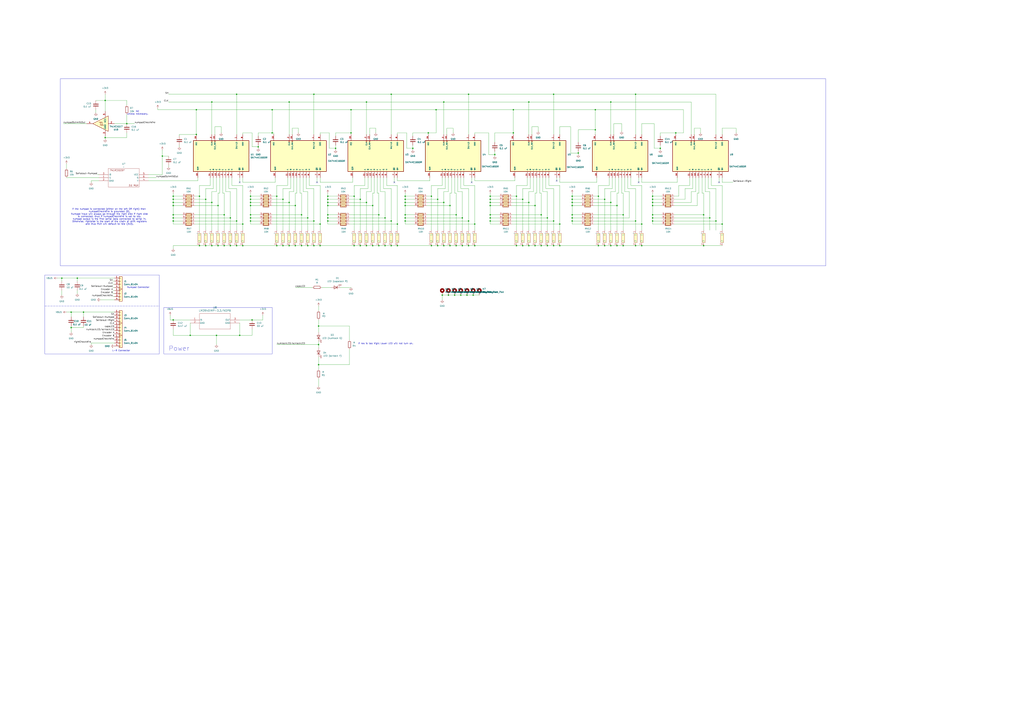
<source format=kicad_sch>
(kicad_sch (version 20231120) (generator "eeschema") (generator_version "8.0")
  (paper "A1")
  (junction (at 252.73 201.93))
  (junction (at 535.94 181.61))
  (junction (at 379.73 179.07))
  (junction (at 379.73 201.93))
  (junction (at 501.65 201.93))
  (junction (at 384.81 181.61))
  (junction (at 68.58 256.54))
  (junction (at 205.74 166.37))
  (junction (at 402.59 181.61))
  (junction (at 429.26 163.83))
  (junction (at 300.99 201.93))
  (junction (at 227.33 161.29))
  (junction (at 527.05 184.15))
  (junction (at 402.59 163.83))
  (junction (at 506.73 168.91))
  (junction (at 364.49 201.93))
  (junction (at 444.5 176.53))
  (junction (at 469.9 161.29))
  (junction (at 257.81 77.47))
  (junction (at 459.74 201.93))
  (junction (at 388.62 242.57))
  (junction (at 368.3 242.57))
  (junction (at 501.65 166.37))
  (junction (at 421.64 109.22))
  (junction (at 454.66 77.47))
  (junction (at 449.58 201.93))
  (junction (at 402.59 168.91))
  (junction (at 205.74 181.61))
  (junction (at 402.59 179.07))
  (junction (at 212.09 120.65))
  (junction (at 354.33 161.29))
  (junction (at 424.18 161.29))
  (junction (at 288.29 109.22))
  (junction (at 363.22 242.57))
  (junction (at 434.34 83.82))
  (junction (at 369.57 168.91))
  (junction (at 469.9 179.07))
  (junction (at 474.98 125.73))
  (junction (at 326.39 201.93))
  (junction (at 421.64 90.17))
  (junction (at 332.74 181.61))
  (junction (at 521.97 181.61))
  (junction (at 269.24 166.37))
  (junction (at 332.74 179.07))
  (junction (at 535.94 179.07))
  (junction (at 194.31 201.93))
  (junction (at 332.74 176.53))
  (junction (at 402.59 166.37))
  (junction (at 389.89 184.15))
  (junction (at 179.07 201.93))
  (junction (at 269.24 181.61))
  (junction (at 496.57 163.83))
  (junction (at 359.41 201.93))
  (junction (at 535.94 163.83))
  (junction (at 257.81 201.93))
  (junction (at 384.81 77.47))
  (junction (at 373.38 242.57))
  (junction (at 332.74 161.29))
  (junction (at 161.29 110.49))
  (junction (at 306.07 168.91))
  (junction (at 142.24 163.83))
  (junction (at 444.5 201.93))
  (junction (at 269.24 163.83))
  (junction (at 454.66 201.93))
  (junction (at 469.9 168.91))
  (junction (at 173.99 201.93))
  (junction (at 205.74 161.29))
  (junction (at 223.52 90.17))
  (junction (at 142.24 181.61))
  (junction (at 50.8 228.6))
  (junction (at 321.31 181.61))
  (junction (at 454.66 181.61))
  (junction (at 521.97 77.47))
  (junction (at 384.81 201.93))
  (junction (at 269.24 168.91))
  (junction (at 269.24 179.07))
  (junction (at 496.57 201.93))
  (junction (at 506.73 201.93))
  (junction (at 269.24 161.29))
  (junction (at 316.23 201.93))
  (junction (at 261.62 267.97))
  (junction (at 339.09 121.92))
  (junction (at 173.99 166.37))
  (junction (at 142.24 262.89))
  (junction (at 237.49 166.37))
  (junction (at 205.74 176.53))
  (junction (at 199.39 201.93))
  (junction (at 242.57 201.93))
  (junction (at 311.15 176.53))
  (junction (at 364.49 166.37))
  (junction (at 469.9 176.53))
  (junction (at 207.01 262.89))
  (junction (at 511.81 176.53))
  (junction (at 449.58 179.07))
  (junction (at 582.93 179.07))
  (junction (at 364.49 83.82))
  (junction (at 469.9 166.37))
  (junction (at 184.15 176.53))
  (junction (at 196.85 275.59))
  (junction (at 332.74 166.37))
  (junction (at 223.52 109.22))
  (junction (at 295.91 201.93))
  (junction (at 577.85 201.93))
  (junction (at 173.99 83.82))
  (junction (at 194.31 181.61))
  (junction (at 306.07 201.93))
  (junction (at 491.49 161.29))
  (junction (at 535.94 166.37))
  (junction (at 300.99 83.82))
  (junction (at 459.74 184.15))
  (junction (at 63.5 228.6))
  (junction (at 469.9 181.61))
  (junction (at 521.97 201.93))
  (junction (at 326.39 184.15))
  (junction (at 354.33 201.93))
  (junction (at 161.29 90.17))
  (junction (at 424.18 201.93))
  (junction (at 242.57 168.91))
  (junction (at 402.59 161.29))
  (junction (at 316.23 179.07))
  (junction (at 205.74 168.91))
  (junction (at 402.59 176.53))
  (junction (at 133.35 128.27))
  (junction (at 237.49 83.82))
  (junction (at 321.31 77.47))
  (junction (at 168.91 201.93))
  (junction (at 351.79 109.22))
  (junction (at 163.83 161.29))
  (junction (at 252.73 179.07))
  (junction (at 288.29 90.17))
  (junction (at 168.91 163.83))
  (junction (at 86.36 113.03))
  (junction (at 184.15 201.93))
  (junction (at 104.14 101.6))
  (junction (at 232.41 201.93))
  (junction (at 227.33 201.93))
  (junction (at 378.46 242.57))
  (junction (at 383.54 242.57))
  (junction (at 374.65 176.53))
  (junction (at 205.74 163.83))
  (junction (at 535.94 161.29))
  (junction (at 374.65 201.93))
  (junction (at 488.95 106.68))
  (junction (at 535.94 176.53))
  (junction (at 332.74 168.91))
  (junction (at 232.41 163.83))
  (junction (at 311.15 201.93))
  (junction (at 491.49 201.93))
  (junction (at 321.31 201.93))
  (junction (at 247.65 201.93))
  (junction (at 358.14 90.17))
  (junction (at 406.4 127))
  (junction (at 290.83 201.93))
  (junction (at 535.94 168.91))
  (junction (at 156.21 275.59))
  (junction (at 58.42 269.24))
  (junction (at 369.57 201.93))
  (junction (at 86.36 82.55))
  (junction (at 163.83 201.93))
  (junction (at 469.9 163.83))
  (junction (at 275.59 121.92))
  (junction (at 189.23 179.07))
  (junction (at 295.91 163.83))
  (junction (at 262.89 201.93))
  (junction (at 389.89 201.93))
  (junction (at 177.8 275.59))
  (junction (at 189.23 201.93))
  (junction (at 142.24 179.07))
  (junction (at 554.99 109.22))
  (junction (at 527.05 201.93))
  (junction (at 359.41 163.83))
  (junction (at 542.29 121.92))
  (junction (at 332.74 163.83))
  (junction (at 290.83 161.29))
  (junction (at 205.74 179.07))
  (junction (at 300.99 166.37))
  (junction (at 179.07 168.91))
  (junction (at 199.39 184.15))
  (junction (at 269.24 176.53))
  (junction (at 434.34 201.93))
  (junction (at 262.89 184.15))
  (junction (at 488.95 90.17))
  (junction (at 439.42 168.91))
  (junction (at 577.85 176.53))
  (junction (at 429.26 201.93))
  (junction (at 194.31 77.47))
  (junction (at 237.49 201.93))
  (junction (at 58.42 256.54))
  (junction (at 247.65 176.53))
  (junction (at 593.09 184.15))
  (junction (at 501.65 83.82))
  (junction (at 434.34 166.37))
  (junction (at 511.81 201.93))
  (junction (at 142.24 168.91))
  (junction (at 257.81 181.61))
  (junction (at 142.24 166.37))
  (junction (at 588.01 181.61))
  (junction (at 261.62 283.21))
  (junction (at 142.24 161.29))
  (junction (at 142.24 176.53))
  (junction (at 439.42 201.93))
  (junction (at 261.62 299.72))
  (no_connect (at 323.85 149.86))
  (no_connect (at 196.85 149.86))
  (no_connect (at 590.55 149.86))
  (no_connect (at 387.35 149.86))
  (no_connect (at 260.35 149.86))
  (no_connect (at 457.2 148.59))
  (no_connect (at 524.51 149.86))
  (wire (pts (xy 252.73 189.23) (xy 252.73 179.07)))
  (wire (pts (xy 300.99 110.49) (xy 300.99 83.82)))
  (wire (pts (xy 510.54 101.6) (xy 510.54 107.95)))
  (wire (pts (xy 269.24 163.83) (xy 276.86 163.83)))
  (wire (pts (xy 306.07 158.75) (xy 307.34 158.75)))
  (wire (pts (xy 469.9 184.15) (xy 477.52 184.15)))
  (wire (pts (xy 205.74 184.15) (xy 213.36 184.15)))
  (wire (pts (xy 288.29 236.22) (xy 279.4 236.22)))
  (wire (pts (xy 553.72 168.91) (xy 572.77 168.91)))
  (wire (pts (xy 232.41 154.94) (xy 238.76 154.94)))
  (wire (pts (xy 535.94 181.61) (xy 543.56 181.61)))
  (wire (pts (xy 160.02 163.83) (xy 168.91 163.83)))
  (wire (pts (xy 227.33 189.23) (xy 227.33 161.29)))
  (wire (pts (xy 275.59 109.22) (xy 288.29 109.22)))
  (wire (pts (xy 402.59 184.15) (xy 410.21 184.15)))
  (wire (pts (xy 316.23 157.48) (xy 312.42 157.48)))
  (wire (pts (xy 365.76 154.94) (xy 365.76 146.05)))
  (wire (pts (xy 363.22 152.4) (xy 363.22 146.05)))
  (wire (pts (xy 474.98 125.73) (xy 468.63 125.73)))
  (wire (pts (xy 487.68 161.29) (xy 491.49 161.29)))
  (wire (pts (xy 424.18 201.93) (xy 429.26 201.93)))
  (wire (pts (xy 269.24 181.61) (xy 276.86 181.61)))
  (wire (pts (xy 378.46 242.57) (xy 383.54 242.57)))
  (wire (pts (xy 535.94 168.91) (xy 535.94 176.53)))
  (wire (pts (xy 401.32 127) (xy 406.4 127)))
  (wire (pts (xy 68.58 267.97) (xy 68.58 269.24)))
  (wire (pts (xy 567.69 166.37) (xy 567.69 157.48)))
  (wire (pts (xy 402.59 163.83) (xy 402.59 166.37)))
  (wire (pts (xy 173.99 189.23) (xy 173.99 166.37)))
  (wire (pts (xy 504.19 110.49) (xy 504.19 101.6)))
  (wire (pts (xy 389.89 189.23) (xy 389.89 184.15)))
  (wire (pts (xy 402.59 168.91) (xy 402.59 176.53)))
  (wire (pts (xy 491.49 161.29) (xy 491.49 152.4)))
  (wire (pts (xy 156.21 275.59) (xy 177.8 275.59)))
  (wire (pts (xy 261.62 267.97) (xy 261.62 273.05)))
  (wire (pts (xy 261.62 283.21) (xy 261.62 285.75)))
  (wire (pts (xy 448.31 154.94) (xy 448.31 146.05)))
  (wire (pts (xy 312.42 157.48) (xy 312.42 146.05)))
  (wire (pts (xy 199.39 146.05) (xy 199.39 149.86)))
  (wire (pts (xy 142.24 161.29) (xy 149.86 161.29)))
  (wire (pts (xy 469.9 163.83) (xy 469.9 166.37)))
  (wire (pts (xy 553.72 181.61) (xy 588.01 181.61)))
  (wire (pts (xy 469.9 158.75) (xy 469.9 161.29)))
  (wire (pts (xy 207.01 262.89) (xy 215.9 262.89)))
  (wire (pts (xy 321.31 189.23) (xy 321.31 181.61)))
  (wire (pts (xy 527.05 149.86) (xy 556.26 149.86)))
  (wire (pts (xy 147.32 111.76) (xy 147.32 110.49)))
  (wire (pts (xy 142.24 168.91) (xy 149.86 168.91)))
  (wire (pts (xy 535.94 184.15) (xy 543.56 184.15)))
  (wire (pts (xy 199.39 189.23) (xy 199.39 184.15)))
  (wire (pts (xy 163.83 161.29) (xy 163.83 152.4)))
  (wire (pts (xy 444.5 189.23) (xy 444.5 176.53)))
  (wire (pts (xy 179.07 168.91) (xy 179.07 158.75)))
  (wire (pts (xy 168.91 201.93) (xy 173.99 201.93)))
  (wire (pts (xy 237.49 83.82) (xy 173.99 83.82)))
  (wire (pts (xy 354.33 152.4) (xy 363.22 152.4)))
  (wire (pts (xy 424.18 189.23) (xy 424.18 161.29)))
  (wire (pts (xy 86.36 113.03) (xy 86.36 114.3)))
  (wire (pts (xy 469.9 168.91) (xy 477.52 168.91)))
  (wire (pts (xy 133.35 123.19) (xy 133.35 128.27)))
  (wire (pts (xy 302.26 154.94) (xy 302.26 146.05)))
  (wire (pts (xy 316.23 201.93) (xy 321.31 201.93)))
  (wire (pts (xy 487.68 179.07) (xy 516.89 179.07)))
  (wire (pts (xy 441.96 107.95) (xy 441.96 104.14)))
  (wire (pts (xy 194.31 189.23) (xy 194.31 181.61)))
  (wire (pts (xy 224.79 109.22) (xy 223.52 109.22)))
  (wire (pts (xy 402.59 181.61) (xy 410.21 181.61)))
  (wire (pts (xy 196.85 265.43) (xy 196.85 275.59)))
  (wire (pts (xy 359.41 189.23) (xy 359.41 163.83)))
  (wire (pts (xy 527.05 110.49) (xy 527.05 101.6)))
  (wire (pts (xy 288.29 109.22) (xy 288.29 90.17)))
  (wire (pts (xy 78.74 82.55) (xy 86.36 82.55)))
  (wire (pts (xy 501.65 83.82) (xy 501.65 110.49)))
  (wire (pts (xy 205.74 161.29) (xy 205.74 163.83)))
  (wire (pts (xy 287.02 181.61) (xy 321.31 181.61)))
  (wire (pts (xy 496.57 154.94) (xy 502.92 154.94)))
  (wire (pts (xy 262.89 152.4) (xy 254 152.4)))
  (wire (pts (xy 300.99 157.48) (xy 304.8 157.48)))
  (wire (pts (xy 189.23 201.93) (xy 194.31 201.93)))
  (wire (pts (xy 584.2 152.4) (xy 584.2 146.05)))
  (wire (pts (xy 307.34 158.75) (xy 307.34 146.05)))
  (wire (pts (xy 379.73 201.93) (xy 384.81 201.93)))
  (wire (pts (xy 50.8 238.76) (xy 50.8 242.57)))
  (wire (pts (xy 252.73 179.07) (xy 252.73 157.48)))
  (wire (pts (xy 577.85 189.23) (xy 577.85 176.53)))
  (wire (pts (xy 434.34 166.37) (xy 434.34 157.48)))
  (wire (pts (xy 261.62 293.37) (xy 261.62 299.72)))
  (wire (pts (xy 247.65 201.93) (xy 252.73 201.93)))
  (wire (pts (xy 303.53 105.41) (xy 308.61 105.41)))
  (wire (pts (xy 440.69 158.75) (xy 440.69 146.05)))
  (wire (pts (xy 535.94 166.37) (xy 535.94 168.91)))
  (wire (pts (xy 63.5 228.6) (xy 93.98 228.6)))
  (wire (pts (xy 582.93 189.23) (xy 582.93 179.07)))
  (wire (pts (xy 199.39 109.22) (xy 207.01 109.22)))
  (wire (pts (xy 527.05 149.86) (xy 527.05 146.05)))
  (wire (pts (xy 270.51 121.92) (xy 275.59 121.92)))
  (wire (pts (xy 92.71 241.3) (xy 93.98 241.3)))
  (wire (pts (xy 316.23 179.07) (xy 316.23 157.48)))
  (wire (pts (xy 262.89 109.22) (xy 262.89 110.49)))
  (wire (pts (xy 381 152.4) (xy 381 146.05)))
  (wire (pts (xy 232.41 163.83) (xy 232.41 154.94)))
  (wire (pts (xy 469.9 166.37) (xy 469.9 168.91)))
  (wire (pts (xy 205.74 166.37) (xy 205.74 168.91)))
  (wire (pts (xy 74.93 281.94) (xy 93.98 281.94)))
  (wire (pts (xy 367.03 110.49) (xy 367.03 105.41)))
  (wire (pts (xy 224.79 109.22) (xy 224.79 110.49)))
  (wire (pts (xy 334.01 121.92) (xy 339.09 121.92)))
  (wire (pts (xy 601.98 149.86) (xy 593.09 149.86)))
  (wire (pts (xy 459.74 152.4) (xy 450.85 152.4)))
  (polyline (pts (xy 223.52 252.73) (xy 223.52 290.83)))
  (wire (pts (xy 445.77 157.48) (xy 445.77 146.05)))
  (wire (pts (xy 406.4 109.22) (xy 421.64 109.22)))
  (wire (pts (xy 173.99 157.48) (xy 177.8 157.48)))
  (wire (pts (xy 491.49 189.23) (xy 491.49 161.29)))
  (wire (pts (xy 487.68 163.83) (xy 496.57 163.83)))
  (wire (pts (xy 527.05 189.23) (xy 527.05 184.15)))
  (wire (pts (xy 459.74 201.93) (xy 491.49 201.93)))
  (wire (pts (xy 562.61 163.83) (xy 562.61 154.94)))
  (wire (pts (xy 535.94 161.29) (xy 543.56 161.29)))
  (wire (pts (xy 275.59 121.92) (xy 275.59 123.19)))
  (wire (pts (xy 429.26 201.93) (xy 434.34 201.93)))
  (wire (pts (xy 378.46 154.94) (xy 378.46 146.05)))
  (wire (pts (xy 287.02 166.37) (xy 300.99 166.37)))
  (wire (pts (xy 438.15 146.05) (xy 438.15 157.48)))
  (wire (pts (xy 74.93 281.94) (xy 74.93 283.21)))
  (wire (pts (xy 388.62 242.57) (xy 393.7 242.57)))
  (wire (pts (xy 242.57 158.75) (xy 243.84 158.75)))
  (wire (pts (xy 359.41 201.93) (xy 364.49 201.93)))
  (wire (pts (xy 567.69 157.48) (xy 571.5 157.48)))
  (wire (pts (xy 92.71 243.84) (xy 93.98 243.84)))
  (wire (pts (xy 332.74 179.07) (xy 332.74 181.61)))
  (wire (pts (xy 311.15 158.75) (xy 309.88 158.75)))
  (wire (pts (xy 374.65 176.53) (xy 374.65 158.75)))
  (wire (pts (xy 86.36 82.55) (xy 86.36 91.44)))
  (wire (pts (xy 364.49 166.37) (xy 364.49 157.48)))
  (wire (pts (xy 439.42 189.23) (xy 439.42 168.91)))
  (wire (pts (xy 223.52 176.53) (xy 247.65 176.53)))
  (wire (pts (xy 261.62 280.67) (xy 261.62 283.21)))
  (wire (pts (xy 223.52 179.07) (xy 252.73 179.07)))
  (wire (pts (xy 93.98 101.6) (xy 104.14 101.6)))
  (wire (pts (xy 326.39 146.05) (xy 326.39 148.59)))
  (wire (pts (xy 68.58 256.54) (xy 93.98 256.54)))
  (wire (pts (xy 128.27 146.05) (xy 121.92 146.05)))
  (wire (pts (xy 420.37 176.53) (xy 444.5 176.53)))
  (wire (pts (xy 421.64 110.49) (xy 421.64 109.22)))
  (wire (pts (xy 468.63 125.73) (xy 468.63 104.14)))
  (wire (pts (xy 309.88 158.75) (xy 309.88 146.05)))
  (wire (pts (xy 402.59 179.07) (xy 402.59 181.61)))
  (wire (pts (xy 469.9 181.61) (xy 477.52 181.61)))
  (wire (pts (xy 121.92 148.59) (xy 162.56 148.59)))
  (wire (pts (xy 421.64 90.17) (xy 358.14 90.17)))
  (wire (pts (xy 254 152.4) (xy 254 146.05)))
  (wire (pts (xy 138.43 77.47) (xy 194.31 77.47)))
  (wire (pts (xy 350.52 163.83) (xy 359.41 163.83)))
  (wire (pts (xy 604.52 105.41) (xy 604.52 109.22)))
  (wire (pts (xy 142.24 181.61) (xy 142.24 184.15)))
  (wire (pts (xy 474.98 106.68) (xy 488.95 106.68)))
  (wire (pts (xy 184.15 158.75) (xy 182.88 158.75)))
  (wire (pts (xy 402.59 158.75) (xy 402.59 161.29)))
  (wire (pts (xy 86.36 82.55) (xy 104.14 82.55)))
  (wire (pts (xy 287.02 267.97) (xy 261.62 267.97)))
  (wire (pts (xy 487.68 184.15) (xy 527.05 184.15)))
  (wire (pts (xy 542.29 121.92) (xy 542.29 123.19)))
  (wire (pts (xy 269.24 161.29) (xy 269.24 163.83)))
  (wire (pts (xy 506.73 168.91) (xy 506.73 158.75)))
  (wire (pts (xy 311.15 189.23) (xy 311.15 176.53)))
  (wire (pts (xy 510.54 158.75) (xy 510.54 146.05)))
  (wire (pts (xy 350.52 176.53) (xy 374.65 176.53)))
  (wire (pts (xy 257.81 77.47) (xy 321.31 77.47)))
  (wire (pts (xy 306.07 189.23) (xy 306.07 168.91)))
  (wire (pts (xy 553.72 166.37) (xy 567.69 166.37)))
  (wire (pts (xy 142.24 166.37) (xy 149.86 166.37)))
  (wire (pts (xy 504.19 101.6) (xy 510.54 101.6)))
  (wire (pts (xy 516.89 179.07) (xy 516.89 157.48)))
  (wire (pts (xy 450.85 152.4) (xy 450.85 146.05)))
  (wire (pts (xy 161.29 90.17) (xy 223.52 90.17)))
  (wire (pts (xy 535.94 163.83) (xy 543.56 163.83)))
  (wire (pts (xy 561.34 90.17) (xy 561.34 109.22)))
  (wire (pts (xy 488.95 110.49) (xy 488.95 106.68)))
  (wire (pts (xy 287.02 184.15) (xy 326.39 184.15)))
  (wire (pts (xy 435.61 154.94) (xy 435.61 146.05)))
  (wire (pts (xy 369.57 168.91) (xy 369.57 158.75)))
  (wire (pts (xy 261.62 262.89) (xy 261.62 267.97)))
  (wire (pts (xy 212.09 111.76) (xy 212.09 109.22)))
  (wire (pts (xy 323.85 146.05) (xy 323.85 149.86)))
  (wire (pts (xy 104.14 109.22) (xy 104.14 113.03)))
  (wire (pts (xy 74.93 148.59) (xy 74.93 149.86)))
  (wire (pts (xy 129.54 90.17) (xy 161.29 90.17)))
  (wire (pts (xy 321.31 77.47) (xy 321.31 110.49)))
  (wire (pts (xy 223.52 166.37) (xy 237.49 166.37)))
  (wire (pts (xy 227.33 201.93) (xy 232.41 201.93)))
  (wire (pts (xy 553.72 184.15) (xy 593.09 184.15)))
  (wire (pts (xy 264.16 236.22) (xy 271.78 236.22)))
  (wire (pts (xy 142.24 168.91) (xy 142.24 176.53)))
  (wire (pts (xy 138.43 135.89) (xy 138.43 137.16)))
  (wire (pts (xy 223.52 184.15) (xy 262.89 184.15)))
  (wire (pts (xy 262.89 149.86) (xy 289.56 149.86)))
  (wire (pts (xy 223.52 168.91) (xy 242.57 168.91)))
  (wire (pts (xy 334.01 109.22) (xy 334.01 121.92)))
  (wire (pts (xy 163.83 201.93) (xy 168.91 201.93)))
  (wire (pts (xy 262.89 109.22) (xy 270.51 109.22)))
  (wire (pts (xy 260.35 146.05) (xy 260.35 149.86)))
  (wire (pts (xy 326.39 184.15) (xy 326.39 152.4)))
  (wire (pts (xy 459.74 149.86) (xy 490.22 149.86)))
  (wire (pts (xy 369.57 201.93) (xy 374.65 201.93)))
  (wire (pts (xy 375.92 157.48) (xy 375.92 146.05)))
  (wire (pts (xy 184.15 176.53) (xy 184.15 158.75)))
  (wire (pts (xy 554.99 109.22) (xy 561.34 109.22)))
  (wire (pts (xy 287.02 161.29) (xy 290.83 161.29)))
  (wire (pts (xy 270.51 109.22) (xy 270.51 121.92)))
  (wire (pts (xy 288.29 90.17) (xy 223.52 90.17)))
  (wire (pts (xy 359.41 163.83) (xy 359.41 154.94)))
  (wire (pts (xy 443.23 158.75) (xy 443.23 146.05)))
  (wire (pts (xy 369.57 158.75) (xy 370.84 158.75)))
  (wire (pts (xy 295.91 163.83) (xy 295.91 154.94)))
  (wire (pts (xy 556.26 146.05) (xy 556.26 149.86)))
  (wire (pts (xy 269.24 184.15) (xy 276.86 184.15)))
  (wire (pts (xy 179.07 158.75) (xy 180.34 158.75)))
  (wire (pts (xy 46.99 228.6) (xy 50.8 228.6)))
  (wire (pts (xy 58.42 269.24) (xy 58.42 273.05)))
  (wire (pts (xy 54.61 146.05) (xy 81.28 146.05)))
  (wire (pts (xy 269.24 166.37) (xy 276.86 166.37)))
  (wire (pts (xy 506.73 189.23) (xy 506.73 168.91)))
  (wire (pts (xy 402.59 179.07) (xy 410.21 179.07)))
  (wire (pts (xy 593.09 146.05) (xy 593.09 149.86)))
  (wire (pts (xy 434.34 157.48) (xy 438.15 157.48)))
  (wire (pts (xy 156.21 262.89) (xy 142.24 262.89)))
  (wire (pts (xy 262.89 189.23) (xy 262.89 184.15)))
  (wire (pts (xy 332.74 168.91) (xy 340.36 168.91)))
  (wire (pts (xy 275.59 119.38) (xy 275.59 121.92)))
  (wire (pts (xy 402.59 176.53) (xy 410.21 176.53)))
  (wire (pts (xy 501.65 189.23) (xy 501.65 166.37)))
  (wire (pts (xy 449.58 157.48) (xy 445.77 157.48)))
  (wire (pts (xy 205.74 181.61) (xy 213.36 181.61)))
  (wire (pts (xy 205.74 161.29) (xy 213.36 161.29)))
  (wire (pts (xy 339.09 111.76) (xy 339.09 109.22)))
  (wire (pts (xy 420.37 168.91) (xy 439.42 168.91)))
  (wire (pts (xy 508 158.75) (xy 508 146.05)))
  (wire (pts (xy 506.73 158.75) (xy 508 158.75)))
  (wire (pts (xy 290.83 161.29) (xy 290.83 152.4)))
  (wire (pts (xy 212.09 119.38) (xy 212.09 120.65)))
  (wire (pts (xy 350.52 166.37) (xy 364.49 166.37)))
  (wire (pts (xy 332.74 181.61) (xy 332.74 184.15)))
  (wire (pts (xy 63.5 238.76) (xy 63.5 241.3)))
  (wire (pts (xy 326.39 152.4) (xy 317.5 152.4)))
  (wire (pts (xy 454.66 77.47) (xy 384.81 77.47)))
  (wire (pts (xy 373.38 242.57) (xy 378.46 242.57)))
  (wire (pts (xy 194.31 181.61) (xy 194.31 154.94)))
  (wire (pts (xy 142.24 204.47) (xy 142.24 201.93)))
  (wire (pts (xy 269.24 158.75) (xy 269.24 161.29)))
  (wire (pts (xy 303.53 110.49) (xy 303.53 105.41)))
  (wire (pts (xy 521.97 77.47) (xy 588.01 77.47)))
  (wire (pts (xy 160.02 181.61) (xy 194.31 181.61)))
  (wire (pts (xy 421.64 109.22) (xy 421.64 90.17)))
  (wire (pts (xy 459.74 189.23) (xy 459.74 184.15)))
  (wire (pts (xy 332.74 158.75) (xy 332.74 161.29)))
  (wire (pts (xy 205.74 163.83) (xy 205.74 166.37)))
  (wire (pts (xy 223.52 163.83) (xy 232.41 163.83)))
  (wire (pts (xy 269.24 176.53) (xy 269.24 179.07)))
  (wire (pts (xy 227.33 152.4) (xy 236.22 152.4)))
  (wire (pts (xy 469.9 179.07) (xy 469.9 181.61)))
  (wire (pts (xy 142.24 201.93) (xy 163.83 201.93)))
  (wire (pts (xy 160.02 161.29) (xy 163.83 161.29)))
  (wire (pts (xy 535.94 158.75) (xy 535.94 161.29)))
  (wire (pts (xy 511.81 158.75) (xy 510.54 158.75)))
  (wire (pts (xy 288.29 110.49) (xy 288.29 109.22)))
  (wire (pts (xy 469.9 161.29) (xy 477.52 161.29)))
  (wire (pts (xy 332.74 184.15) (xy 340.36 184.15)))
  (wire (pts (xy 287.02 179.07) (xy 316.23 179.07)))
  (wire (pts (xy 172.72 152.4) (xy 172.72 146.05)))
  (wire (pts (xy 488.95 106.68) (xy 488.95 90.17)))
  (wire (pts (xy 262.89 201.93) (xy 290.83 201.93)))
  (wire (pts (xy 582.93 179.07) (xy 582.93 157.48)))
  (wire (pts (xy 364.49 83.82) (xy 364.49 110.49)))
  (wire (pts (xy 237.49 189.23) (xy 237.49 166.37)))
  (wire (pts (xy 379.73 189.23) (xy 379.73 179.07)))
  (wire (pts (xy 50.8 228.6) (xy 63.5 228.6)))
  (wire (pts (xy 332.74 176.53) (xy 332.74 179.07)))
  (wire (pts (xy 570.23 110.49) (xy 570.23 105.41)))
  (wire (pts (xy 205.74 181.61) (xy 205.74 184.15)))
  (wire (pts (xy 205.74 168.91) (xy 205.74 176.53)))
  (wire (pts (xy 535.94 181.61) (xy 535.94 184.15)))
  (wire (pts (xy 176.53 110.49) (xy 176.53 104.14)))
  (wire (pts (xy 441.96 104.14) (xy 436.88 104.14)))
  (wire (pts (xy 521.97 77.47) (xy 521.97 110.49)))
  (wire (pts (xy 574.04 158.75) (xy 574.04 146.05)))
  (wire (pts (xy 379.73 179.07) (xy 379.73 157.48)))
  (wire (pts (xy 194.31 154.94) (xy 187.96 154.94)))
  (wire (pts (xy 454.66 110.49) (xy 454.66 77.47)))
  (wire (pts (xy 457.2 146.05) (xy 457.2 148.59)))
  (wire (pts (xy 350.52 168.91) (xy 369.57 168.91)))
  (wire (pts (xy 252.73 201.93) (xy 257.81 201.93)))
  (wire (pts (xy 205.74 163.83) (xy 213.36 163.83)))
  (wire (pts (xy 326.39 109.22) (xy 334.01 109.22)))
  (wire (pts (xy 369.57 189.23) (xy 369.57 168.91)))
  (wire (pts (xy 308.61 105.41) (xy 308.61 109.22)))
  (wire (pts (xy 207.01 120.65) (xy 212.09 120.65)))
  (wire (pts (xy 212.09 109.22) (xy 223.52 109.22)))
  (wire (pts (xy 160.02 176.53) (xy 184.15 176.53)))
  (wire (pts (xy 160.02 179.07) (xy 189.23 179.07)))
  (wire (pts (xy 321.31 77.47) (xy 384.81 77.47)))
  (wire (pts (xy 177.8 157.48) (xy 177.8 146.05)))
  (wire (pts (xy 142.24 184.15) (xy 149.86 184.15)))
  (wire (pts (xy 384.81 154.94) (xy 378.46 154.94)))
  (wire (pts (xy 275.59 111.76) (xy 275.59 109.22)))
  (wire (pts (xy 168.91 154.94) (xy 175.26 154.94)))
  (wire (pts (xy 262.89 146.05) (xy 262.89 149.86)))
  (wire (pts (xy 58.42 267.97) (xy 58.42 269.24)))
  (wire (pts (xy 354.33 201.93) (xy 359.41 201.93)))
  (wire (pts (xy 212.09 120.65) (xy 212.09 121.92)))
  (wire (pts (xy 490.22 149.86) (xy 490.22 146.05)))
  (wire (pts (xy 527.05 201.93) (xy 577.85 201.93)))
  (wire (pts (xy 449.58 189.23) (xy 449.58 179.07)))
  (wire (pts (xy 593.09 152.4) (xy 584.2 152.4)))
  (wire (pts (xy 577.85 176.53) (xy 577.85 158.75)))
  (wire (pts (xy 572.77 168.91) (xy 572.77 158.75)))
  (wire (pts (xy 402.59 181.61) (xy 402.59 184.15)))
  (wire (pts (xy 389.89 148.59) (xy 422.91 148.59)))
  (wire (pts (xy 542.29 111.76) (xy 542.29 109.22)))
  (wire (pts (xy 311.15 176.53) (xy 311.15 158.75)))
  (wire (pts (xy 92.71 238.76) (xy 93.98 238.76)))
  (wire (pts (xy 387.35 146.05) (xy 387.35 149.86)))
  (wire (pts (xy 242.57 201.93) (xy 247.65 201.93)))
  (wire (pts (xy 242.57 189.23) (xy 242.57 168.91)))
  (wire (pts (xy 160.02 168.91) (xy 179.07 168.91)))
  (wire (pts (xy 321.31 201.93) (xy 326.39 201.93)))
  (wire (pts (xy 163.83 189.23) (xy 163.83 161.29)))
  (wire (pts (xy 189.23 179.07) (xy 189.23 157.48)))
  (wire (pts (xy 424.18 161.29) (xy 424.18 152.4)))
  (wire (pts (xy 350.52 181.61) (xy 384.81 181.61)))
  (wire (pts (xy 269.24 181.61) (xy 269.24 184.15)))
  (wire (pts (xy 82.55 246.38) (xy 93.98 246.38)))
  (wire (pts (xy 181.61 104.14) (xy 181.61 109.22)))
  (wire (pts (xy 242.57 168.91) (xy 242.57 158.75)))
  (wire (pts (xy 177.8 275.59) (xy 196.85 275.59)))
  (wire (pts (xy 577.85 201.93) (xy 593.09 201.93)))
  (polyline (pts (xy 678.18 218.44) (xy 49.53 218.44)))
  (wire (pts (xy 290.83 189.23) (xy 290.83 161.29)))
  (wire (pts (xy 177.8 275.59) (xy 177.8 283.21)))
  (wire (pts (xy 350.52 161.29) (xy 354.33 161.29)))
  (polyline (pts (xy 134.62 252.73) (xy 134.62 290.83)))
  (wire (pts (xy 162.56 146.05) (xy 162.56 148.59)))
  (wire (pts (xy 434.34 201.93) (xy 439.42 201.93)))
  (wire (pts (xy 496.57 163.83) (xy 496.57 154.94)))
  (wire (pts (xy 295.91 201.93) (xy 300.99 201.93)))
  (wire (pts (xy 237.49 110.49) (xy 237.49 83.82)))
  (wire (pts (xy 238.76 154.94) (xy 238.76 146.05)))
  (wire (pts (xy 339.09 119.38) (xy 339.09 121.92)))
  (wire (pts (xy 78.74 90.17) (xy 78.74 92.71)))
  (wire (pts (xy 535.94 168.91) (xy 543.56 168.91)))
  (wire (pts (xy 420.37 179.07) (xy 449.58 179.07)))
  (wire (pts (xy 439.42 201.93) (xy 444.5 201.93)))
  (wire (pts (xy 444.5 176.53) (xy 444.5 158.75)))
  (wire (pts (xy 300.99 166.37) (xy 300.99 157.48)))
  (wire (pts (xy 488.95 90.17) (xy 421.64 90.17)))
  (wire (pts (xy 261.62 251.46) (xy 261.62 255.27)))
  (wire (pts (xy 199.39 201.93) (xy 227.33 201.93)))
  (wire (pts (xy 142.24 176.53) (xy 149.86 176.53)))
  (wire (pts (xy 535.94 179.07) (xy 535.94 181.61)))
  (wire (pts (xy 553.72 179.07) (xy 582.93 179.07)))
  (wire (pts (xy 496.57 201.93) (xy 501.65 201.93)))
  (polyline (pts (xy 49.53 64.77) (xy 678.18 64.77)))
  (wire (pts (xy 332.74 181.61) (xy 340.36 181.61)))
  (wire (pts (xy 372.11 105.41) (xy 372.11 109.22)))
  (wire (pts (xy 168.91 189.23) (xy 168.91 163.83)))
  (wire (pts (xy 524.51 146.05) (xy 524.51 149.86)))
  (wire (pts (xy 491.49 201.93) (xy 496.57 201.93)))
  (wire (pts (xy 535.94 163.83) (xy 535.94 166.37)))
  (wire (pts (xy 156.21 265.43) (xy 156.21 275.59)))
  (wire (pts (xy 506.73 201.93) (xy 511.81 201.93)))
  (wire (pts (xy 572.77 158.75) (xy 574.04 158.75)))
  (wire (pts (xy 142.24 270.51) (xy 142.24 275.59)))
  (wire (pts (xy 194.31 110.49) (xy 194.31 77.47)))
  (wire (pts (xy 176.53 104.14) (xy 181.61 104.14)))
  (wire (pts (xy 332.74 176.53) (xy 340.36 176.53)))
  (wire (pts (xy 521.97 201.93) (xy 527.05 201.93)))
  (wire (pts (xy 104.14 82.55) (xy 104.14 86.36)))
  (polyline (pts (xy 49.53 64.77) (xy 49.53 218.44)))
  (wire (pts (xy 269.24 166.37) (xy 269.24 168.91)))
  (wire (pts (xy 444.5 201.93) (xy 449.58 201.93)))
  (wire (pts (xy 459.74 184.15) (xy 459.74 152.4)))
  (wire (pts (xy 54.61 134.62) (xy 54.61 138.43)))
  (wire (pts (xy 468.63 104.14) (xy 459.74 104.14)))
  (wire (pts (xy 269.24 176.53) (xy 276.86 176.53)))
  (wire (pts (xy 535.94 179.07) (xy 543.56 179.07)))
  (wire (pts (xy 288.29 90.17) (xy 358.14 90.17)))
  (wire (pts (xy 487.68 176.53) (xy 511.81 176.53)))
  (wire (pts (xy 205.74 158.75) (xy 205.74 161.29)))
  (wire (pts (xy 566.42 152.4) (xy 566.42 146.05)))
  (wire (pts (xy 168.91 163.83) (xy 168.91 154.94)))
  (wire (pts (xy 444.5 158.75) (xy 443.23 158.75)))
  (wire (pts (xy 205.74 176.53) (xy 205.74 179.07)))
  (wire (pts (xy 474.98 125.73) (xy 474.98 127)))
  (wire (pts (xy 402.59 176.53) (xy 402.59 179.07)))
  (wire (pts (xy 332.74 166.37) (xy 332.74 168.91)))
  (wire (pts (xy 384.81 110.49) (xy 384.81 77.47)))
  (wire (pts (xy 406.4 116.84) (xy 406.4 109.22)))
  (wire (pts (xy 63.5 231.14) (xy 63.5 228.6)))
  (wire (pts (xy 317.5 152.4) (xy 317.5 146.05)))
  (wire (pts (xy 562.61 154.94) (xy 568.96 154.94)))
  (wire (pts (xy 537.21 101.6) (xy 537.21 121.92)))
  (wire (pts (xy 300.99 201.93) (xy 306.07 201.93)))
  (wire (pts (xy 535.94 161.29) (xy 535.94 163.83)))
  (wire (pts (xy 511.81 189.23) (xy 511.81 176.53)))
  (wire (pts (xy 262.89 184.15) (xy 262.89 152.4)))
  (wire (pts (xy 554.99 109.22) (xy 554.99 110.49)))
  (wire (pts (xy 469.9 179.07) (xy 477.52 179.07)))
  (wire (pts (xy 142.24 179.07) (xy 149.86 179.07)))
  (wire (pts (xy 575.31 105.41) (xy 575.31 109.22)))
  (wire (pts (xy 469.9 161.29) (xy 469.9 163.83)))
  (wire (pts (xy 364.49 189.23) (xy 364.49 166.37)))
  (wire (pts (xy 511.81 176.53) (xy 511.81 158.75)))
  (wire (pts (xy 593.09 105.41) (xy 593.09 110.49)))
  (wire (pts (xy 261.62 299.72) (xy 261.62 303.53)))
  (wire (pts (xy 304.8 146.05) (xy 304.8 157.48)))
  (wire (pts (xy 321.31 154.94) (xy 314.96 154.94)))
  (wire (pts (xy 469.9 168.91) (xy 469.9 176.53)))
  (wire (pts (xy 363.22 242.57) (xy 368.3 242.57)))
  (wire (pts (xy 173.99 201.93) (xy 179.07 201.93)))
  (wire (pts (xy 402.59 161.29) (xy 410.21 161.29)))
  (polyline (pts (xy 36.83 251.46) (xy 130.81 251.46)) (stroke (width 0) (type dash)))
  (wire (pts (xy 138.43 83.82) (xy 173.99 83.82)))
  (wire (pts (xy 439.42 168.91) (xy 439.42 158.75)))
  (wire (pts (xy 368.3 146.05) (xy 368.3 157.48)))
  (wire (pts (xy 194.31 201.93) (xy 199.39 201.93)))
  (wire (pts (xy 173.99 166.37) (xy 173.99 157.48)))
  (wire (pts (xy 570.23 105.41) (xy 575.31 105.41)))
  (polyline (pts (xy 223.52 290.83) (xy 134.62 290.83)))
  (wire (pts (xy 593.09 189.23) (xy 593.09 184.15)))
  (wire (pts (xy 420.37 161.29) (xy 424.18 161.29)))
  (wire (pts (xy 173.99 110.49) (xy 173.99 83.82)))
  (wire (pts (xy 389.89 152.4) (xy 381 152.4)))
  (wire (pts (xy 487.68 166.37) (xy 501.65 166.37)))
  (wire (pts (xy 429.26 154.94) (xy 435.61 154.94)))
  (wire (pts (xy 383.54 242.57) (xy 388.62 242.57)))
  (wire (pts (xy 199.39 152.4) (xy 190.5 152.4)))
  (wire (pts (xy 199.39 184.15) (xy 199.39 152.4)))
  (wire (pts (xy 436.88 104.14) (xy 436.88 110.49)))
  (wire (pts (xy 142.24 158.75) (xy 142.24 161.29)))
  (wire (pts (xy 527.05 101.6) (xy 537.21 101.6)))
  (polyline (pts (xy 36.83 226.06) (xy 130.81 226.06)))
  (wire (pts (xy 243.84 158.75) (xy 243.84 146.05)))
  (wire (pts (xy 434.34 83.82) (xy 364.49 83.82)))
  (wire (pts (xy 290.83 152.4) (xy 299.72 152.4)))
  (wire (pts (xy 242.57 236.22) (xy 256.54 236.22)))
  (wire (pts (xy 389.89 201.93) (xy 424.18 201.93)))
  (polyline (pts (xy 678.18 64.77) (xy 678.18 218.44)))
  (wire (pts (xy 567.69 83.82) (xy 567.69 110.49)))
  (wire (pts (xy 515.62 154.94) (xy 515.62 146.05)))
  (wire (pts (xy 542.29 119.38) (xy 542.29 121.92)))
  (wire (pts (xy 402.59 166.37) (xy 410.21 166.37)))
  (wire (pts (xy 553.72 176.53) (xy 577.85 176.53)))
  (wire (pts (xy 223.52 109.22) (xy 223.52 90.17)))
  (wire (pts (xy 521.97 189.23) (xy 521.97 181.61)))
  (wire (pts (xy 246.38 158.75) (xy 246.38 146.05)))
  (wire (pts (xy 469.9 176.53) (xy 469.9 179.07)))
  (wire (pts (xy 571.5 146.05) (xy 571.5 157.48)))
  (wire (pts (xy 240.03 105.41) (xy 245.11 105.41)))
  (wire (pts (xy 588.01 189.23) (xy 588.01 181.61)))
  (wire (pts (xy 257.81 201.93) (xy 262.89 201.93)))
  (wire (pts (xy 287.02 287.02) (xy 287.02 299.72)))
  (wire (pts (xy 287.02 176.53) (xy 311.15 176.53)))
  (wire (pts (xy 351.79 109.22) (xy 351.79 110.49)))
  (wire (pts (xy 81.28 148.59) (xy 74.93 148.59)))
  (wire (pts (xy 424.18 152.4) (xy 433.07 152.4)))
  (wire (pts (xy 50.8 231.14) (xy 50.8 228.6)))
  (wire (pts (xy 401.32 109.22) (xy 401.32 127)))
  (wire (pts (xy 370.84 158.75) (xy 370.84 146.05)))
  (wire (pts (xy 487.68 168.91) (xy 506.73 168.91)))
  (wire (pts (xy 189.23 189.23) (xy 189.23 179.07)))
  (wire (pts (xy 316.23 189.23) (xy 316.23 179.07)))
  (wire (pts (xy 402.59 161.29) (xy 402.59 163.83)))
  (polyline (pts (xy 36.83 226.06) (xy 36.83 290.83)))
  (wire (pts (xy 226.06 149.86) (xy 226.06 146.05)))
  (wire (pts (xy 321.31 181.61) (xy 321.31 154.94)))
  (wire (pts (xy 129.54 90.17) (xy 129.54 88.9)))
  (wire (pts (xy 68.58 260.35) (xy 68.58 256.54)))
  (wire (pts (xy 300.99 189.23) (xy 300.99 166.37)))
  (wire (pts (xy 58.42 260.35) (xy 58.42 256.54)))
  (wire (pts (xy 332.74 161.29) (xy 340.36 161.29)))
  (wire (pts (xy 190.5 152.4) (xy 190.5 146.05)))
  (wire (pts (xy 521.97 154.94) (xy 515.62 154.94)))
  (wire (pts (xy 205.74 168.91) (xy 213.36 168.91)))
  (wire (pts (xy 121.92 143.51) (xy 133.35 143.51)))
  (wire (pts (xy 434.34 110.49) (xy 434.34 83.82)))
  (wire (pts (xy 314.96 154.94) (xy 314.96 146.05)))
  (wire (pts (xy 179.07 189.23) (xy 179.07 168.91)))
  (wire (pts (xy 142.24 275.59) (xy 156.21 275.59)))
  (wire (pts (xy 527.05 184.15) (xy 527.05 152.4)))
  (wire (pts (xy 449.58 201.93) (xy 454.66 201.93)))
  (wire (pts (xy 161.29 90.17) (xy 161.29 110.49)))
  (polyline (pts (xy 36.83 290.83) (xy 130.81 290.83)))
  (wire (pts (xy 163.83 152.4) (xy 172.72 152.4)))
  (wire (pts (xy 142.24 179.07) (xy 142.24 181.61)))
  (wire (pts (xy 521.97 181.61) (xy 521.97 154.94)))
  (wire (pts (xy 194.31 77.47) (xy 257.81 77.47)))
  (wire (pts (xy 590.55 146.05) (xy 590.55 149.86)))
  (wire (pts (xy 459.74 146.05) (xy 459.74 149.86)))
  (wire (pts (xy 354.33 161.29) (xy 354.33 152.4)))
  (wire (pts (xy 306.07 201.93) (xy 311.15 201.93)))
  (wire (pts (xy 374.65 201.93) (xy 379.73 201.93)))
  (wire (pts (xy 535.94 166.37) (xy 543.56 166.37)))
  (wire (pts (xy 251.46 154.94) (xy 251.46 146.05)))
  (wire (pts (xy 68.58 269.24) (xy 58.42 269.24)))
  (wire (pts (xy 269.24 179.07) (xy 269.24 181.61)))
  (wire (pts (xy 353.06 148.59) (xy 353.06 146.05)))
  (wire (pts (xy 339.09 121.92) (xy 339.09 123.19)))
  (wire (pts (xy 142.24 161.29) (xy 142.24 163.83)))
  (wire (pts (xy 557.53 152.4) (xy 566.42 152.4)))
  (wire (pts (xy 500.38 152.4) (xy 500.38 146.05)))
  (wire (pts (xy 511.81 201.93) (xy 521.97 201.93)))
  (wire (pts (xy 326.39 148.59) (xy 353.06 148.59)))
  (wire (pts (xy 389.89 110.49) (xy 389.89 109.22)))
  (wire (pts (xy 406.4 127) (xy 406.4 128.27)))
  (wire (pts (xy 576.58 158.75) (xy 576.58 146.05)))
  (wire (pts (xy 160.02 184.15) (xy 199.39 184.15)))
  (wire (pts (xy 406.4 124.46) (xy 406.4 127)))
  (wire (pts (xy 142.24 166.37) (xy 142.24 168.91)))
  (wire (pts (xy 237.49 83.82) (xy 300.99 83.82)))
  (wire (pts (xy 368.3 242.57) (xy 373.38 242.57)))
  (wire (pts (xy 237.49 157.48) (xy 241.3 157.48)))
  (wire (pts (xy 389.89 184.15) (xy 389.89 152.4)))
  (wire (pts (xy 422.91 148.59) (xy 422.91 146.05)))
  (wire (pts (xy 287.02 279.4) (xy 287.02 267.97)))
  (wire (pts (xy 542.29 109.22) (xy 554.99 109.22)))
  (wire (pts (xy 588.01 181.61) (xy 588.01 154.94)))
  (wire (pts (xy 147.32 110.49) (xy 161.29 110.49)))
  (wire (pts (xy 364.49 157.48) (xy 368.3 157.48)))
  (wire (pts (xy 133.35 128.27) (xy 133.35 143.51)))
  (wire (pts (xy 205.74 166.37) (xy 213.36 166.37)))
  (wire (pts (xy 247.65 189.23) (xy 247.65 176.53)))
  (wire (pts (xy 92.71 236.22) (xy 93.98 236.22)))
  (wire (pts (xy 92.71 231.14) (xy 93.98 231.14)))
  (wire (pts (xy 269.24 161.29) (xy 276.86 161.29)))
  (wire (pts (xy 80.01 143.51) (xy 81.28 143.51)))
  (wire (pts (xy 354.33 189.23) (xy 354.33 161.29)))
  (wire (pts (xy 402.59 168.91) (xy 410.21 168.91)))
  (wire (pts (xy 454.66 181.61) (xy 454.66 154.94)))
  (wire (pts (xy 92.71 233.68) (xy 93.98 233.68)))
  (wire (pts (xy 537.21 121.92) (xy 542.29 121.92)))
  (wire (pts (xy 196.85 146.05) (xy 196.85 149.86)))
  (wire (pts (xy 420.37 163.83) (xy 429.26 163.83)))
  (polyline (pts (xy 130.81 290.83) (xy 130.81 226.06)))
  (wire (pts (xy 241.3 146.05) (xy 241.3 157.48)))
  (wire (pts (xy 295.91 189.23) (xy 295.91 163.83)))
  (wire (pts (xy 257.81 77.47) (xy 257.81 110.49)))
  (wire (pts (xy 179.07 201.93) (xy 184.15 201.93)))
  (wire (pts (xy 469.9 176.53) (xy 477.52 176.53)))
  (wire (pts (xy 54.61 256.54) (xy 58.42 256.54)))
  (wire (pts (xy 104.14 101.6) (xy 110.49 101.6)))
  (wire (pts (xy 420.37 184.15) (xy 459.74 184.15)))
  (wire (pts (xy 207.01 275.59) (xy 196.85 275.59)))
  (wire (pts (xy 86.36 77.47) (xy 86.36 82.55)))
  (wire (pts (xy 240.03 110.49) (xy 240.03 105.41)))
  (wire (pts (xy 199.39 109.22) (xy 199.39 110.49)))
  (wire (pts (xy 147.32 119.38) (xy 147.32 120.65)))
  (wire (pts (xy 247.65 176.53) (xy 247.65 158.75)))
  (wire (pts (xy 52.07 101.6) (xy 71.12 101.6)))
  (wire (pts (xy 287.02 168.91) (xy 306.07 168.91)))
  (wire (pts (xy 487.68 181.61) (xy 521.97 181.61)))
  (wire (pts (xy 184.15 189.23) (xy 184.15 176.53)))
  (wire (pts (xy 232.41 201.93) (xy 237.49 201.93)))
  (wire (pts (xy 429.26 189.23) (xy 429.26 163.83)))
  (wire (pts (xy 358.14 90.17) (xy 358.14 109.22)))
  (wire (pts (xy 205.74 179.07) (xy 213.36 179.07)))
  (wire (pts (xy 439.42 158.75) (xy 440.69 158.75)))
  (wire (pts (xy 384.81 201.93) (xy 389.89 201.93)))
  (wire (pts (xy 454.66 154.94) (xy 448.31 154.94)))
  (wire (pts (xy 287.02 299.72) (xy 261.62 299.72)))
  (wire (pts (xy 449.58 179.07) (xy 449.58 157.48)))
  (wire (pts (xy 364.49 201.93) (xy 369.57 201.93)))
  (wire (pts (xy 350.52 179.07) (xy 379.73 179.07)))
  (wire (pts (xy 568.96 154.94) (xy 568.96 146.05)))
  (wire (pts (xy 332.74 161.29) (xy 332.74 163.83)))
  (wire (pts (xy 488.95 90.17) (xy 561.34 90.17)))
  (wire (pts (xy 577.85 158.75) (xy 576.58 158.75)))
  (wire (pts (xy 469.9 181.61) (xy 469.9 184.15)))
  (wire (pts (xy 252.73 157.48) (xy 248.92 157.48)))
  (wire (pts (xy 139.7 259.08) (xy 139.7 262.89)))
  (wire (pts (xy 247.65 158.75) (xy 246.38 158.75)))
  (wire (pts (xy 433.07 152.4) (xy 433.07 146.05)))
  (wire (pts (xy 513.08 157.48) (xy 513.08 146.05)))
  (wire (pts (xy 384.81 189.23) (xy 384.81 181.61)))
  (wire (pts (xy 474.98 125.73) (xy 474.98 124.46)))
  (wire (pts (xy 553.72 161.29) (xy 557.53 161.29)))
  (wire (pts (xy 474.98 116.84) (xy 474.98 106.68)))
  (wire (pts (xy 420.37 181.61) (xy 454.66 181.61)))
  (wire (pts (xy 269.24 163.83) (xy 269.24 166.37)))
  (wire (pts (xy 180.34 158.75) (xy 180.34 146.05)))
  (wire (pts (xy 454.66 201.93) (xy 459.74 201.93)))
  (wire (pts (xy 261.62 311.15) (xy 261.62 317.5)))
  (wire (pts (xy 374.65 189.23) (xy 374.65 176.53)))
  (wire (pts (xy 332.74 163.83) (xy 332.74 166.37)))
  (wire (pts (xy 535.94 176.53) (xy 543.56 176.53)))
  (wire (pts (xy 501.65 201.93) (xy 506.73 201.93)))
  (wire (pts (xy 582.93 157.48) (xy 579.12 157.48)))
  (wire (pts (xy 374.65 158.75) (xy 373.38 158.75)))
  (wire (pts (xy 248.92 157.48) (xy 248.92 146.05)))
  (wire (pts (xy 133.35 128.27) (xy 138.43 128.27)))
  (wire (pts (xy 326.39 201.93) (xy 354.33 201.93)))
  (wire (pts (xy 454.66 189.23) (xy 454.66 181.61)))
  (wire (pts (xy 593.09 184.15) (xy 593.09 152.4)))
  (wire (pts (xy 389.89 146.05) (xy 389.89 148.59)))
  (wire (pts (xy 182.88 158.75) (xy 182.88 146.05)))
  (wire (pts (xy 518.16 152.4) (xy 518.16 146.05)))
  (wire (pts (xy 505.46 146.05) (xy 505.46 157.48)))
  (wire (pts (xy 269.24 168.91) (xy 269.24 176.53)))
  (wire (pts (xy 389.89 109.22) (xy 401.32 109.22)))
  (wire (pts (xy 501.65 157.48) (xy 505.46 157.48)))
  (wire (pts (xy 104.14 101.6) (xy 104.14 93.98)))
  (wire (pts (xy 384.81 181.61) (xy 384.81 154.94)))
  (wire (pts (xy 311.15 201.93) (xy 316.23 201.93)))
  (wire (pts (xy 58.42 256.54) (xy 68.58 256.54)))
  (wire (pts (xy 516.89 157.48) (xy 513.08 157.48)))
  (wire (pts (xy 359.41 154.94) (xy 365.76 154.94)))
  (wire (pts (xy 553.72 163.83) (xy 562.61 163.83)))
  (wire (pts (xy 332.74 166.37) (xy 340.36 166.37)))
  (wire (pts (xy 189.23 157.48) (xy 185.42 157.48)))
  (wire (pts (xy 459.74 104.14) (xy 459.74 110.49)))
  (wire (pts (xy 160.02 166.37) (xy 173.99 166.37)))
  (wire (pts (xy 223.52 161.29) (xy 227.33 161.29)))
  (wire (pts (xy 185.42 157.48) (xy 185.42 146.05)))
  (wire (pts (xy 299.72 152.4) (xy 299.72 146.05)))
  (wire (pts (xy 491.49 152.4) (xy 500.38 152.4)))
  (wire (pts (xy 527.05 152.4) (xy 518.16 152.4)))
  (wire (pts (xy 454.66 77.47) (xy 521.97 77.47)))
  (wire (pts (xy 332.74 179.07) (xy 340.36 179.07)))
  (wire (pts (xy 579.12 157.48) (xy 579.12 146.05)))
  (wire (pts (xy 232.41 189.23) (xy 232.41 163.83)))
  (wire (pts (xy 502.92 154.94) (xy 502.92 146.05)))
  (wire (pts (xy 187.96 154.94) (xy 187.96 146.05)))
  (wire (pts (xy 501.65 83.82) (xy 567.69 83.82)))
  (wire (pts (xy 306.07 168.91) (xy 306.07 158.75)))
  (wire (pts (xy 245.11 105.41) (xy 245.11 109.22)))
  (wire (pts (xy 290.83 201.93) (xy 295.91 201.93)))
  (wire (pts (xy 142.24 163.83) (xy 142.24 166.37)))
  (wire (pts (xy 535.94 176.53) (xy 535.94 179.07)))
  (wire (pts (xy 257.81 181.61) (xy 257.81 154.94)))
  (wire (pts (xy 429.26 163.83) (xy 429.26 154.94)))
  (wire (pts (xy 269.24 179.07) (xy 276.86 179.07)))
  (wire (pts (xy 469.9 163.83) (xy 477.52 163.83)))
  (wire (pts (xy 501.65 166.37) (xy 501.65 157.48)))
  (wire (pts (xy 469.9 166.37) (xy 477.52 166.37)))
  (polyline (pts (xy 134.62 252.73) (xy 223.52 252.73)))
  (wire (pts (xy 207.01 270.51) (xy 207.01 275.59)))
  (wire (pts (xy 287.02 163.83) (xy 295.91 163.83)))
  (wire (pts (xy 269.24 168.91) (xy 276.86 168.91)))
  (wire (pts (xy 142.24 262.89) (xy 139.7 262.89)))
  (wire (pts (xy 593.09 105.41) (xy 604.52 105.41)))
  (wire (pts (xy 379.73 157.48) (xy 375.92 157.48)))
  (wire (pts (xy 175.26 154.94) (xy 175.26 146.05)))
  (wire (pts (xy 339.09 109.22) (xy 351.79 109.22)))
  (wire (pts (xy 142.24 176.53) (xy 142.24 179.07)))
  (wire (pts (xy 86.36 111.76) (xy 86.36 113.03)))
  (wire (pts (xy 237.49 201.93) (xy 242.57 201.93)))
  (wire (pts (xy 496.57 189.23) (xy 496.57 163.83)))
  (wire (pts (xy 332.74 168.91) (xy 332.74 176.53)))
  (wire (pts (xy 300.99 83.82) (xy 364.49 83.82)))
  (wire (pts (xy 207.01 109.22) (xy 207.01 120.65)))
  (wire (pts (xy 199.39 149.86) (xy 226.06 149.86)))
  (wire (pts (xy 237.49 166.37) (xy 237.49 157.48)))
  (wire (pts (xy 227.33 283.21) (xy 261.62 283.21)))
  (wire (pts (xy 104.14 113.03) (xy 86.36 113.03)))
  (wire (pts (xy 227.33 161.29) (xy 227.33 152.4)))
  (wire (pts (xy 236.22 152.4) (xy 236.22 146.05)))
  (wire (pts (xy 367.03 105.41) (xy 372.11 105.41)))
  (wire (pts (xy 557.53 161.29) (xy 557.53 152.4)))
  (wire (pts (xy 351.79 109.22) (xy 358.14 109.22)))
  (wire (pts (xy 257.81 154.94) (xy 251.46 154.94)))
  (wire (pts (xy 205.74 179.07) (xy 205.74 181.61)))
  (wire (pts (xy 142.24 181.61) (xy 149.86 181.61)))
  (wire (pts (xy 402.59 163.83) (xy 410.21 163.83)))
  (wire (pts (xy 332.74 163.83) (xy 340.36 163.83)))
  (wire (pts (xy 420.37 166.37) (xy 434.34 166.37)))
  (wire (pts (xy 363.22 242.57) (xy 363.22 246.38)))
  (wire (pts (xy 581.66 154.94) (xy 581.66 146.05)))
  (wire (pts (xy 205.74 176.53) (xy 213.36 176.53)))
  (wire (pts (xy 588.01 110.49) (xy 588.01 77.47)))
  (wire (pts (xy 184.15 201.93) (xy 189.23 201.93)))
  (wire (pts (xy 402.59 166.37) (xy 402.59 168.91)))
  (wire (pts (xy 257.81 189.23) (xy 257.81 181.61)))
  (wire (pts (xy 295.91 154.94) (xy 302.26 154.94)))
  (wire (pts (xy 326.39 189.23) (xy 326.39 184.15)))
  (wire (pts (xy 326.39 110.49) (xy 326.39 109.22)))
  (wire (pts (xy 434.34 189.23) (xy 434.34 166.37)))
  (wire (pts (xy 588.01 154.94) (xy 581.66 154.94)))
  (wire (pts (xy 289.56 149.86) (xy 289.56 146.05)))
  (wire (pts (xy 373.38 158.75) (xy 373.38 146.05)))
  (wire (pts (xy 142.24 163.83) (xy 149.86 163.83)))
  (wire (pts (xy 215.9 259.08) (xy 215.9 262.89)))
  (wire (pts (xy 350.52 184.15) (xy 389.89 184.15)))
  (wire (pts (xy 223.52 181.61) (xy 257.81 181.61)))
  (wire (pts (xy 434.34 83.82) (xy 501.65 83.82)))
  (wire (pts (xy 196.85 262.89) (xy 207.01 262.89)))
  (text "NC\nunless necessary." (at 113.03 92.71 0) (effects (font (size 1.27 1.27))))
  (text "Numpad Connector" (at 113.538 236.22 0) (effects (font (size 1.27 1.27))))
  (text "Power" (at 147.066 286.512 0) (effects (font (size 3.81 3.81))))
  (text "If the numpad is connected (either on the left OR right) then \nnumpadCheckWire is grounded (0).\nNumpad input will always go through the right side if right side\nis connected, thus if numpadCheckWire is set to low,\nnumpad output is the first serial data connected to serial in.\nOtherwise, rightside is the start of the chain of shift registers\nand thus MUX will default to idle (3v3)." (at 89.916 178.054 0) (effects (font (size 1.27 1.27))))
  (text "If res is too high: Lower LED will not turn on." (at 316.738 282.448 0) (effects (font (size 1.27 1.27))))
  (text "L-R Connector" (at 99.568 288.29 0) (effects (font (size 1.27 1.27))))
  (label "numlockLED{slash}scrlockLED" (at 93.98 271.78 180))
  (label "Encoder B" (at 93.98 276.86 180))
  (label "capsLED" (at 242.57 236.22 0))
  (label "rightCheckWire" (at 74.93 281.94 180))
  (label "Serialout-Right" (at 93.98 264.16 180))
  (label "Serialout-Numpad" (at 80.01 143.51 180))
  (label "numpadCheckWire" (at 92.71 243.84 180))
  (label "CLK" (at 93.98 266.7 180))
  (label "numpadSchmittOut" (at 52.07 101.6 0))
  (label "Encoder A" (at 92.71 238.76 180))
  (label "numpadCheckWire" (at 93.98 279.4 180))
  (label "Serialout-Right" (at 601.98 149.86 0))
  (label "Serialout-Numpad" (at 92.71 236.22 180))
  (label "SH" (at 93.98 259.08 180))
  (label "SH" (at 92.71 231.14 180))
  (label "CLK" (at 92.71 233.68 180))
  (label "Encoder A" (at 93.98 274.32 180))
  (label "numlockLED{slash}scrlockLED" (at 227.33 283.21 0))
  (label "Serialout-Numpad" (at 93.98 261.62 180))
  (label "SH" (at 138.43 77.47 180))
  (label "numpadCheckWire" (at 110.49 101.6 0))
  (label "CLK" (at 138.43 83.82 180))
  (label "capsLED" (at 93.98 269.24 180))
  (label "Encoder B" (at 92.71 241.3 180))
  (label "numpadSchmittOut" (at 128.27 146.05 0))
  (symbol (lib_id "Numlocked_library:SW_Cherry_KalihSocket") (at 245.11 195.58 270) (unit 1)
    (property "Reference" "S12" (effects (hide yes)))
    (property "Value" "~" (at 240.538 191.77 0))
    (property "Footprint" "Numlocked:SW_Cherry_Kalih_1.00u" (effects (hide yes)))
  )
  (symbol (lib_id "power:GND") (at 308.61 109.22 0) (unit 1)
    (property "Reference" "#PWR06" (effects (hide yes)))
    (property "Value" "GND" (at 308.61 114.3 0))
    (property "Description" "Power symbol creates a global label with name \"GND\" , ground" (effects (hide yes)))
  )
  (symbol (lib_id "Numlocked_library:SW_Cherry_KalihSocket") (at 361.95 195.58 270) (unit 1)
    (property "Reference" "S26" (effects (hide yes)))
    (property "Value" "~" (at 357.378 191.77 0))
    (property "Footprint" "Numlocked:SW_Cherry_Kalih_1.00u" (effects (hide yes)))
  )
  (symbol (lib_id "power:GND") (at 339.09 123.19 0) (unit 1)
    (property "Reference" "#PWR013" (effects (hide yes)))
    (property "Value" "GND" (at 339.09 128.27 0))
    (property "Description" "Power symbol creates a global label with name \"GND\" , ground" (effects (hide yes)))
  )
  (symbol (lib_id "power:GND") (at 542.29 123.19 0) (unit 1)
    (property "Reference" "#PWR040" (effects (hide yes)))
    (property "Value" "GND" (at 542.29 128.27 0))
    (property "Description" "Power symbol creates a global label with name \"GND\" , ground" (effects (hide yes)))
  )
  (symbol (lib_id "Device:LED") (at 261.62 289.56 90) (unit 1)
    (property "Reference" "D4" (at 265.43 289.8774 90) (effects (justify right)))
    (property "Value" "LED (scrlock Y)" (at 265.43 292.4174 90) (effects (justify right)))
    (property "Footprint" "LED_SMD:LED_0805_2012Metric" (effects (hide yes)))
    (property "Description" "Light emitting diode" (effects (hide yes)))
  )
  (symbol (lib_id "power:+3V3") (at 54.61 134.62 0) (unit 1)
    (property "Reference" "#PWR017" (effects (hide yes)))
    (property "Value" "+3V3" (at 54.61 129.54 0))
    (property "Description" "Power symbol creates a global label with name \"+3V3\"" (effects (hide yes)))
  )
  (symbol (lib_id "Numlocked_library:SW_Cherry_KalihSocket") (at 318.77 195.58 270) (unit 1)
    (property "Reference" "S22" (effects (hide yes)))
    (property "Value" "~" (at 314.198 191.77 0))
    (property "Footprint" "Numlocked:SW_Cherry_Kalih_1.00u" (effects (hide yes)))
  )
  (symbol (lib_id "Device:R_Pack04") (at 218.44 163.83 90) (unit 1)
    (property "Reference" "RN2" (at 218.44 154.94 90))
    (property "Value" "10K" (at 218.44 157.48 90))
    (property "Footprint" "Resistor_SMD:R_Array_Convex_4x1206" (effects (hide yes)))
    (property "Description" "4 resistor network, parallel topology" (effects (hide yes)))
  )
  (symbol (lib_id "Numlocked_library:SW_Cherry_KalihSocket") (at 186.69 195.58 270) (unit 1)
    (property "Reference" "S5" (effects (hide yes)))
    (property "Value" "~" (at 182.118 191.77 0))
    (property "Footprint" "Numlocked:SW_Cherry_Kalih_1.00u" (effects (hide yes)))
  )
  (symbol (lib_id "Device:C") (at 207.01 266.7 0) (unit 1)
    (property "Reference" "C13" (at 210.82 265.4299 0) (effects (justify left)))
    (property "Value" "33 uF" (at 210.82 267.9699 0) (effects (justify left)))
    (property "Footprint" "Capacitor_SMD:C_1206_3216Metric" (effects (hide yes)))
    (property "Description" "Unpolarized capacitor" (effects (hide yes)))
  )
  (symbol (lib_id "Numlocked_library:SW_Cherry_KalihSocket") (at 265.43 195.58 270) (unit 1)
    (property "Reference" "S16" (effects (hide yes)))
    (property "Value" "~" (at 260.858 191.77 0))
    (property "Footprint" "Numlocked:SW_Cherry_Kalih_1.00u" (effects (hide yes)))
  )
  (symbol (lib_name "SN74HC165DR_1") (lib_id "SN74HC165DR:SN74HC165DR") (at 181.61 128.27 90) (unit 1)
    (property "Reference" "U1" (at 205.74 126.9999 90) (effects (justify right)))
    (property "Value" "SN74HC165DR" (at 205.74 129.5399 90) (effects (justify right)))
    (property "Footprint" "SN74HC165DR:SOIC127P600X175-16N" (effects (hide yes)))
  )
  (symbol (lib_id "power:GND") (at 147.32 120.65 0) (unit 1)
    (property "Reference" "#PWR09" (effects (hide yes)))
    (property "Value" "GND" (at 147.32 125.73 0))
    (property "Description" "Power symbol creates a global label with name \"GND\" , ground" (effects (hide yes)))
  )
  (symbol (lib_name "SN74HC165DR_1") (lib_id "SN74HC165DR:SN74HC165DR") (at 509.27 128.27 90) (unit 1)
    (property "Reference" "U6" (at 533.4 126.9999 90) (effects (justify right)))
    (property "Value" "SN74HC165DR" (at 535.432 134.112 90) (effects (justify right)))
    (property "Footprint" "SN74HC165DR:SOIC127P600X175-16N" (effects (hide yes)))
  )
  (symbol (lib_id "power:+3V3") (at 332.74 158.75 0) (unit 1)
    (property "Reference" "#PWR022" (effects (hide yes)))
    (property "Value" "+3V3" (at 332.74 153.67 0))
    (property "Description" "Power symbol creates a global label with name \"+3V3\"" (effects (hide yes)))
  )
  (symbol (lib_id "power:GND") (at 63.5 241.3 0) (mirror y) (unit 1)
    (property "Reference" "#PWR030" (effects (hide yes)))
    (property "Value" "GND" (at 63.5 246.38 0))
    (property "Description" "Power symbol creates a global label with name \"GND\" , ground" (effects (hide yes)))
  )
  (symbol (lib_id "Device:C") (at 68.58 264.16 0) (unit 1)
    (property "Reference" "C11" (at 71.374 263.906 0) (effects (justify left)))
    (property "Value" "10 uF" (at 69.342 266.954 0) (effects (justify left)))
    (property "Footprint" "Capacitor_SMD:C_0603_1608Metric" (effects (hide yes)))
    (property "Description" "Unpolarized capacitor" (effects (hide yes)))
  )
  (symbol (lib_id "power:+3V3") (at 142.24 158.75 0) (unit 1)
    (property "Reference" "#PWR019" (effects (hide yes)))
    (property "Value" "+3V3" (at 142.24 153.67 0))
    (property "Description" "Power symbol creates a global label with name \"+3V3\"" (effects (hide yes)))
  )
  (symbol (lib_id "Mechanical:MountingHole_Pad") (at 373.38 240.03 0) (unit 1) (exclude_from_sim yes) (in_bom no)
    (property "Reference" "H3" (at 375.92 237.4899 0) (effects (justify left)))
    (property "Value" "MountingHole_Pad" (at 375.92 240.0299 0) (effects (justify left)))
    (property "Footprint" "MountingHole:MountingHole_2.2mm_M2_Pad" (effects (hide yes)))
    (property "Description" "Mounting Hole with connection" (effects (hide yes)))
  )
  (symbol (lib_id "Numlocked_library:SW_Cherry_KalihSocket") (at 166.37 195.58 270) (unit 1)
    (property "Reference" "S1" (effects (hide yes)))
    (property "Value" "~" (at 161.798 191.77 0))
    (property "Footprint" "Numlocked:SW_Cherry_Kalih_1.00u" (effects (hide yes)))
  )
  (symbol (lib_id "Numlocked_library:SW_Cherry_KalihSocket") (at 181.61 195.58 270) (unit 1)
    (property "Reference" "S4" (effects (hide yes)))
    (property "Value" "~" (at 177.038 191.77 0))
    (property "Footprint" "Numlocked:SW_Cherry_Kalih_1.00u" (effects (hide yes)))
  )
  (symbol (lib_id "power:GND") (at 510.54 107.95 0) (unit 1)
    (property "Reference" "#PWR03" (effects (hide yes)))
    (property "Value" "GND" (at 510.54 113.03 0))
    (property "Description" "Power symbol creates a global label with name \"GND\" , ground" (effects (hide yes)))
  )
  (symbol (lib_id "Device:C") (at 542.29 115.57 0) (unit 1)
    (property "Reference" "C14" (at 546.1 114.2999 0) (effects (justify left)))
    (property "Value" "0.1 uF" (at 546.1 116.8399 0) (effects (justify left)))
    (property "Footprint" "Capacitor_SMD:C_0603_1608Metric" (effects (hide yes)))
    (property "Description" "Unpolarized capacitor" (effects (hide yes)))
  )
  (symbol (lib_id "Numlocked_library:SW_Cherry_KalihSocket") (at 382.27 195.58 270) (unit 1)
    (property "Reference" "S30" (effects (hide yes)))
    (property "Value" "~" (at 377.698 191.77 0))
    (property "Footprint" "Numlocked:SW_Cherry_Kalih_1.00u" (effects (hide yes)))
  )
  (symbol (lib_id "Numlocked_library:SW_Cherry_KalihSocket") (at 201.93 195.58 270) (unit 1)
    (property "Reference" "S8" (effects (hide yes)))
    (property "Value" "~" (at 197.358 191.77 0))
    (property "Footprint" "Numlocked:SW_Cherry_Kalih_1.00u" (effects (hide yes)))
  )
  (symbol (lib_id "Device:R") (at 260.35 236.22 90) (unit 1)
    (property "Reference" "R1" (at 260.35 229.87 90))
    (property "Value" "R" (at 260.35 232.41 90))
    (property "Footprint" "Resistor_SMD:R_0603_1608Metric" (effects (hide yes)))
    (property "Description" "Resistor" (effects (hide yes)))
  )
  (symbol (lib_id "power:GND") (at 575.31 109.22 0) (unit 1)
    (property "Reference" "#PWR039" (effects (hide yes)))
    (property "Value" "GND" (at 575.31 114.3 0))
    (property "Description" "Power symbol creates a global label with name \"GND\" , ground" (effects (hide yes)))
  )
  (symbol (lib_id "power:GND") (at 82.55 246.38 270) (unit 1)
    (property "Reference" "#PWR032" (effects (hide yes)))
    (property "Value" "GND" (at 78.74 246.3799 90) (effects (justify right)))
    (property "Description" "Power symbol creates a global label with name \"GND\" , ground" (effects (hide yes)))
  )
  (symbol (lib_id "Numlocked_library:SW_Cherry_KalihSocket") (at 426.72 195.58 270) (unit 1)
    (property "Reference" "S33" (effects (hide yes)))
    (property "Value" "~" (at 422.148 191.77 0))
    (property "Footprint" "Numlocked:SW_Cherry_Kalih_1.00u" (effects (hide yes)))
  )
  (symbol (lib_id "Numlocked_library:SW_Cherry_KalihSocket") (at 580.39 195.58 270) (unit 1)
    (property "Reference" "S46" (effects (hide yes)))
    (property "Value" "~" (at 575.818 191.77 0))
    (property "Footprint" "Numlocked:SW_Cherry_Kalih_1.00u" (effects (hide yes)))
  )
  (symbol (lib_id "power:GND") (at 604.52 109.22 0) (unit 1)
    (property "Reference" "#PWR08" (effects (hide yes)))
    (property "Value" "GND" (at 604.52 114.3 0))
    (property "Description" "Power symbol creates a global label with name \"GND\" , ground" (effects (hide yes)))
  )
  (symbol (lib_id "LM3940IMP-3.3/NOPB:LM3940IMP-3.3_NOPB") (at 156.21 262.89 0) (unit 1)
    (property "Reference" "U8" (at 176.53 252.73 0) (effects (font (size 1.524 1.524))))
    (property "Value" "LM3940IMP-3.3/NOPB" (at 176.53 255.27 0) (effects (font (size 1.524 1.524))))
    (property "Footprint" "Package_TO_SOT_SMD:SOT-223" (effects (hide yes)))
    (property "Datasheet" "LM3940IMP-3.3/NOPB" (effects (hide yes)))
  )
  (symbol (lib_id "power:GND") (at 78.74 92.71 0) (mirror y) (unit 1)
    (property "Reference" "#PWR045" (effects (hide yes)))
    (property "Value" "GND" (at 78.74 97.79 0))
    (property "Description" "Power symbol creates a global label with name \"GND\" , ground" (effects (hide yes)))
  )
  (symbol (lib_id "Device:R_Pack04") (at 415.29 179.07 90) (unit 1)
    (property "Reference" "RN11" (at 415.544 187.96 90))
    (property "Value" "10K" (at 415.544 190.5 90))
    (property "Footprint" "Resistor_SMD:R_Array_Convex_4x1206" (effects (hide yes)))
    (property "Description" "4 resistor network, parallel topology" (effects (hide yes)))
  )
  (symbol (lib_id "power:GND") (at 261.62 317.5 0) (unit 1)
    (property "Reference" "#PWR042" (effects (hide yes)))
    (property "Value" "GND" (at 261.62 322.58 0))
    (property "Description" "Power symbol creates a global label with name \"GND\" , ground" (effects (hide yes)))
  )
  (symbol (lib_id "Device:C") (at 474.98 120.65 0) (unit 1)
    (property "Reference" "C6" (at 478.79 119.3799 0) (effects (justify left)))
    (property "Value" "0.1 uF" (at 478.79 121.9199 0) (effects (justify left)))
    (property "Footprint" "Capacitor_SMD:C_0603_1608Metric" (effects (hide yes)))
    (property "Description" "Unpolarized capacitor" (effects (hide yes)))
  )
  (symbol (lib_id "Connector_Generic:Conn_01x04") (at 99.06 241.3 0) (unit 1)
    (property "Reference" "J2" (at 101.6 241.2999 0) (effects (justify left)))
    (property "Value" "Conn_01x04" (at 101.6 243.8399 0) (effects (justify left)))
    (property "Footprint" "Numlocked:Magnetic_Pogo_Pin_4pos" (effects (hide yes)))
    (property "Description" "Generic connector, single row, 01x04, script generated (kicad-library-utils/schlib/autogen/connector/)" (effects (hide yes)))
  )
  (symbol (lib_id "Mechanical:MountingHole_Pad") (at 388.62 240.03 0) (unit 1) (exclude_from_sim yes) (in_bom no)
    (property "Reference" "H6" (at 391.16 237.4899 0) (effects (justify left)))
    (property "Value" "MountingHole_Pad" (at 391.16 240.0299 0) (effects (justify left)))
    (property "Footprint" "MountingHole:MountingHole_2.2mm_M2_Pad" (effects (hide yes)))
    (property "Description" "Mounting Hole with connection" (effects (hide yes)))
  )
  (symbol (lib_id "power:+3V3") (at 261.62 251.46 0) (unit 1)
    (property "Reference" "#PWR033" (effects (hide yes)))
    (property "Value" "+3V3" (at 261.62 246.38 0))
    (property "Description" "Power symbol creates a global label with name \"+3V3\"" (effects (hide yes)))
  )
  (symbol (lib_id "power:GND") (at 58.42 273.05 0) (mirror y) (unit 1)
    (property "Reference" "#PWR037" (effects (hide yes)))
    (property "Value" "GND" (at 58.42 278.13 0))
    (property "Description" "Power symbol creates a global label with name \"GND\" , ground" (effects (hide yes)))
  )
  (symbol (lib_id "Device:C") (at 58.42 264.16 0) (unit 1)
    (property "Reference" "C10" (at 60.706 263.906 0) (effects (justify left)))
    (property "Value" "0.1 uF" (at 59.944 266.7 0) (effects (justify left)))
    (property "Footprint" "Capacitor_SMD:C_0603_1608Metric" (effects (hide yes)))
    (property "Description" "Unpolarized capacitor" (effects (hide yes)))
  )
  (symbol (lib_name "SN74HC165DR_1") (lib_id "SN74HC165DR:SN74HC165DR") (at 245.11 128.27 90) (unit 1)
    (property "Reference" "U2" (at 269.24 126.9999 90) (effects (justify right)))
    (property "Value" "SN74HC165DR" (at 269.494 132.334 90) (effects (justify right)))
    (property "Footprint" "SN74HC165DR:SOIC127P600X175-16N" (effects (hide yes)))
  )
  (symbol (lib_id "Numlocked_library:SW_Cherry_KalihSocket") (at 367.03 195.58 270) (unit 1)
    (property "Reference" "S27" (effects (hide yes)))
    (property "Value" "~" (at 362.458 191.77 0))
    (property "Footprint" "Numlocked:SW_Cherry_Kalih_1.00u" (effects (hide yes)))
  )
  (symbol (lib_id "Numlocked_library:SW_Cherry_KalihSocket") (at 462.28 195.58 270) (unit 1)
    (property "Reference" "S40" (effects (hide yes)))
    (property "Value" "~" (at 457.708 191.77 0))
    (property "Footprint" "Numlocked:SW_Cherry_Kalih_1.00u" (effects (hide yes)))
  )
  (symbol (lib_id "Numlocked_library:SW_Cherry_KalihSocket") (at 504.19 195.58 270) (unit 1)
    (property "Reference" "S43" (effects (hide yes)))
    (property "Value" "~" (at 499.618 191.77 0))
    (property "Footprint" "Numlocked:SW_Cherry_Kalih_1.00u" (effects (hide yes)))
  )
  (symbol (lib_id "Device:C") (at 339.09 115.57 0) (unit 1)
    (property "Reference" "C4" (at 342.9 114.2999 0) (effects (justify left)))
    (property "Value" "0.1 uF" (at 342.9 116.8399 0) (effects (justify left)))
    (property "Footprint" "Capacitor_SMD:C_0603_1608Metric" (effects (hide yes)))
    (property "Description" "Unpolarized capacitor" (effects (hide yes)))
  )
  (symbol (lib_id "Numlocked_library:SW_Cherry_KalihSocket") (at 447.04 195.58 270) (unit 1)
    (property "Reference" "S37" (effects (hide yes)))
    (property "Value" "~" (at 442.468 191.77 0))
    (property "Footprint" "Numlocked:SW_Cherry_Kalih_2.25u" (effects (hide yes)))
  )
  (symbol (lib_id "power:+3V3") (at 129.54 88.9 0) (unit 1)
    (property "Reference" "#PWR01" (effects (hide yes)))
    (property "Value" "+3V3" (at 129.54 83.82 0))
    (property "Description" "Power symbol creates a global label with name \"+3V3\"" (effects (hide yes)))
  )
  (symbol (lib_id "Device:LED") (at 261.62 276.86 90) (unit 1)
    (property "Reference" "D3" (at 272.796 275.336 90))
    (property "Value" "LED (numlock G)" (at 272.796 277.876 90))
    (property "Footprint" "LED_SMD:LED_0805_2012Metric" (effects (hide yes)))
    (property "Description" "Light emitting diode" (effects (hide yes)))
  )
  (symbol (lib_id "Device:C") (at 142.24 266.7 0) (unit 1)
    (property "Reference" "C12" (at 146.05 265.4299 0) (effects (justify left)))
    (property "Value" "0.47 uF" (at 146.05 267.9699 0) (effects (justify left)))
    (property "Footprint" "Capacitor_SMD:C_1206_3216Metric" (effects (hide yes)))
    (property "Description" "Unpolarized capacitor" (effects (hide yes)))
  )
  (symbol (lib_id "power:GND") (at 181.61 109.22 0) (unit 1)
    (property "Reference" "#PWR04" (effects (hide yes)))
    (property "Value" "GND" (at 181.61 114.3 0))
    (property "Description" "Power symbol creates a global label with name \"GND\" , ground" (effects (hide yes)))
  )
  (symbol (lib_id "Numlocked_library:SW_Cherry_KalihSocket") (at 457.2 195.58 270) (unit 1)
    (property "Reference" "S39" (effects (hide yes)))
    (property "Value" "~" (at 452.628 191.77 0))
    (property "Footprint" "Numlocked:SW_Cherry_Kalih_1.00u" (effects (hide yes)))
  )
  (symbol (lib_id "Device:R_Pack04") (at 415.29 163.83 90) (unit 1)
    (property "Reference" "RN5" (at 415.29 154.94 90))
    (property "Value" "10K" (at 415.29 157.48 90))
    (property "Footprint" "Resistor_SMD:R_Array_Convex_4x1206" (effects (hide yes)))
    (property "Description" "4 resistor network, parallel topology" (effects (hide yes)))
  )
  (symbol (lib_id "power:+3V3") (at 205.74 158.75 0) (unit 1)
    (property "Reference" "#PWR020" (effects (hide yes)))
    (property "Value" "+3V3" (at 205.74 153.67 0))
    (property "Description" "Power symbol creates a global label with name \"+3V3\"" (effects (hide yes)))
  )
  (symbol (lib_id "Device:C") (at 104.14 105.41 0) (unit 1)
    (property "Reference" "C16" (at 107.95 104.1399 0) (effects (justify left)))
    (property "Value" "0.1 uF" (at 107.95 106.6799 0) (effects (justify left)))
    (property "Footprint" "Capacitor_SMD:C_0603_1608Metric" (effects (hide yes)))
    (property "Description" "Unpolarized capacitor" (effects (hide yes)))
  )
  (symbol (lib_id "Connector_Generic:Conn_01x04") (at 99.06 269.24 0) (unit 1)
    (property "Reference" "J4" (at 101.6 269.2399 0) (effects (justify left)))
    (property "Value" "Conn_01x04" (at 101.6 271.7799 0) (effects (justify left)))
    (property "Footprint" "Numlocked:Magnetic_Pogo_Pin_4pos" (effects (hide yes)))
    (property "Description" "Generic connector, single row, 01x04, script generated (kicad-library-utils/schlib/autogen/connector/)" (effects (hide yes)))
  )
  (symbol (lib_id "numlocked:74LVC1G157") (at 101.6 146.05 0) (unit 1)
    (property "Reference" "U7" (at 101.6 134.62 0))
    (property "Value" "~" (at 101.6 137.16 0))
    (property "Footprint" "Package_TO_SOT_SMD:SC-74-6_1.55x2.9mm_P0.95mm" (effects (hide yes)))
  )
  (symbol (lib_id "Device:R_Pack04") (at 345.44 163.83 90) (unit 1)
    (property "Reference" "RN4" (at 345.44 154.94 90))
    (property "Value" "10K" (at 345.44 157.48 90))
    (property "Footprint" "Resistor_SMD:R_Array_Convex_4x1206" (effects (hide yes)))
    (property "Description" "4 resistor network, parallel topology" (effects (hide yes)))
  )
  (symbol (lib_id "Numlocked_library:SW_Cherry_KalihSocket") (at 191.77 195.58 270) (unit 1)
    (property "Reference" "S6" (effects (hide yes)))
    (property "Value" "~" (at 187.198 191.77 0))
    (property "Footprint" "Numlocked:SW_Cherry_Kalih_1.00u" (effects (hide yes)))
  )
  (symbol (lib_id "Device:R") (at 261.62 307.34 0) (unit 1)
    (property "Reference" "R5" (at 265.43 308.356 0))
    (property "Value" "R" (at 265.43 305.816 0))
    (property "Footprint" "Resistor_SMD:R_0603_1608Metric" (effects (hide yes)))
    (property "Description" "Resistor" (effects (hide yes)))
  )
  (symbol (lib_id "power:GND") (at 86.36 114.3 0) (mirror y) (unit 1)
    (property "Reference" "#PWR047" (effects (hide yes)))
    (property "Value" "GND" (at 86.36 119.38 0))
    (property "Description" "Power symbol creates a global label with name \"GND\" , ground" (effects (hide yes)))
  )
  (symbol (lib_id "power:GND") (at 245.11 109.22 0) (unit 1)
    (property "Reference" "#PWR05" (effects (hide yes)))
    (property "Value" "GND" (at 245.11 114.3 0))
    (property "Description" "Power symbol creates a global label with name \"GND\" , ground" (effects (hide yes)))
  )
  (symbol (lib_id "Device:LED") (at 275.59 236.22 180) (unit 1)
    (property "Reference" "D1" (at 277.1775 228.6 0))
    (property "Value" "LED (capslock R)" (at 277.1775 231.14 0))
    (property "Footprint" "LED_SMD:LED_0805_2012Metric" (effects (hide yes)))
    (property "Description" "Light emitting diode" (effects (hide yes)))
  )
  (symbol (lib_id "Mechanical:MountingHole_Pad") (at 368.3 240.03 0) (unit 1) (exclude_from_sim yes) (in_bom no)
    (property "Reference" "H2" (at 370.84 237.4899 0) (effects (justify left)))
    (property "Value" "MountingHole_Pad" (at 370.84 240.0299 0) (effects (justify left)))
    (property "Footprint" "MountingHole:MountingHole_2.2mm_M2_Pad" (effects (hide yes)))
    (property "Description" "Mounting Hole with connection" (effects (hide yes)))
  )
  (symbol (lib_id "power:GND") (at 406.4 128.27 0) (unit 1)
    (property "Reference" "#PWR015" (effects (hide yes)))
    (property "Value" "GND" (at 406.4 133.35 0))
    (property "Description" "Power symbol creates a global label with name \"GND\" , ground" (effects (hide yes)))
  )
  (symbol (lib_id "Device:C") (at 275.59 115.57 0) (unit 1)
    (property "Reference" "C3" (at 279.4 114.2999 0) (effects (justify left)))
    (property "Value" "0.1 uF" (at 279.4 116.8399 0) (effects (justify left)))
    (property "Footprint" "Capacitor_SMD:C_0603_1608Metric" (effects (hide yes)))
    (property "Description" "Unpolarized capacitor" (effects (hide yes)))
  )
  (symbol (lib_id "power:GND") (at 142.24 204.47 0) (unit 1)
    (property "Reference" "#PWR025" (effects (hide yes)))
    (property "Value" "GND" (at 142.24 209.55 0))
    (property "Description" "Power symbol creates a global label with name \"GND\" , ground" (effects (hide yes)))
  )
  (symbol (lib_id "Device:R_Pack04") (at 154.94 163.83 90) (unit 1)
    (property "Reference" "RN1" (at 154.94 154.94 90))
    (property "Value" "10K" (at 154.94 157.48 90))
    (property "Footprint" "Resistor_SMD:R_Array_Convex_4x1206" (effects (hide yes)))
    (property "Description" "4 resistor network, parallel topology" (effects (hide yes)))
  )
  (symbol (lib_id "Device:R_Pack04") (at 281.94 179.07 90) (unit 1)
    (property "Reference" "RN9" (at 282.194 187.96 90))
    (property "Value" "10K" (at 282.194 190.5 90))
    (property "Footprint" "Resistor_SMD:R_Array_Convex_4x1206" (effects (hide yes)))
    (property "Description" "4 resistor network, parallel topology" (effects (hide yes)))
  )
  (symbol (lib_id "Numlocked_library:SW_Cherry_KalihSocket") (at 234.95 195.58 270) (unit 1)
    (property "Reference" "S10" (effects (hide yes)))
    (property "Value" "~" (at 230.378 191.77 0))
    (property "Footprint" "Numlocked:SW_Cherry_Kalih_1.00u" (effects (hide yes)))
  )
  (symbol (lib_id "power:GND") (at 275.59 123.19 0) (unit 1)
    (property "Reference" "#PWR012" (effects (hide yes)))
    (property "Value" "GND" (at 275.59 128.27 0))
    (property "Description" "Power symbol creates a global label with name \"GND\" , ground" (effects (hide yes)))
  )
  (symbol (lib_id "Device:C") (at 147.32 115.57 0) (unit 1)
    (property "Reference" "C1" (at 151.13 114.2999 0) (effects (justify left)))
    (property "Value" "0.1 uF" (at 151.13 116.8399 0) (effects (justify left)))
    (property "Footprint" "Capacitor_SMD:C_0603_1608Metric" (effects (hide yes)))
    (property "Description" "Unpolarized capacitor" (effects (hide yes)))
  )
  (symbol (lib_id "Device:C") (at 78.74 86.36 0) (mirror y) (unit 1)
    (property "Reference" "C15" (at 74.93 85.0899 0) (effects (justify left)))
    (property "Value" "0.1 uF" (at 74.93 87.6299 0) (effects (justify left)))
    (property "Footprint" "Capacitor_SMD:C_0603_1608Metric" (effects (hide yes)))
    (property "Description" "Unpolarized capacitor" (effects (hide yes)))
  )
  (symbol (lib_id "Numlocked_library:SW_Cherry_KalihSocket") (at 452.12 195.58 270) (unit 1)
    (property "Reference" "S38" (effects (hide yes)))
    (property "Value" "~" (at 447.548 191.77 0))
    (property "Footprint" "Numlocked:SW_Cherry_Kalih_1.75u" (effects (hide yes)))
  )
  (symbol (lib_id "Numlocked_library:SW_Cherry_KalihSocket") (at 196.85 195.58 270) (unit 1)
    (property "Reference" "S7" (effects (hide yes)))
    (property "Value" "~" (at 192.278 191.77 0))
    (property "Footprint" "Numlocked:SW_Cherry_Kalih_1.00u" (effects (hide yes)))
  )
  (symbol (lib_id "Device:R_Pack04") (at 154.94 179.07 90) (unit 1)
    (property "Reference" "RN7" (at 155.194 187.96 90))
    (property "Value" "10K" (at 155.194 190.5 90))
    (property "Footprint" "Resistor_SMD:R_Array_Convex_4x1206" (effects (hide yes)))
    (property "Description" "4 resistor network, parallel topology" (effects (hide yes)))
  )
  (symbol (lib_id "Numlocked_library:SW_Cherry_KalihSocket") (at 377.19 195.58 270) (unit 1)
    (property "Reference" "S29" (effects (hide yes)))
    (property "Value" "~" (at 372.618 191.77 0))
    (property "Footprint" "Numlocked:SW_Cherry_Kalih_1.00u" (effects (hide yes)))
  )
  (symbol (lib_name "SN74HC165DR_1") (lib_id "SN74HC165DR:SN74HC165DR") (at 575.31 128.27 90) (unit 1)
    (property "Reference" "U9" (at 599.44 126.9999 90) (effects (justify right)))
    (property "Value" "SN74HC165DR" (at 598.932 136.906 90) (effects (justify right)))
    (property "Footprint" "SN74HC165DR:SOIC127P600X175-16N" (effects (hide yes)))
  )
  (symbol (lib_id "Numlocked_library:SW_Cherry_KalihSocket") (at 387.35 195.58 270) (unit 1)
    (property "Reference" "S31" (effects (hide yes)))
    (property "Value" "~" (at 382.778 191.77 0))
    (property "Footprint" "Numlocked:SW_Cherry_Kalih_1.00u" (effects (hide yes)))
  )
  (symbol (lib_id "Numlocked_library:SW_Cherry_KalihSocket") (at 176.53 195.58 270) (unit 1)
    (property "Reference" "S3" (effects (hide yes)))
    (property "Value" "~" (at 171.958 191.77 0))
    (property "Footprint" "Numlocked:SW_Cherry_Kalih_1.00u" (effects (hide yes)))
  )
  (symbol (lib_id "Device:R_Pack04") (at 482.6 179.07 90) (unit 1)
    (property "Reference" "RN12" (at 482.854 187.96 90))
    (property "Value" "10K" (at 482.854 190.5 90))
    (property "Footprint" "Resistor_SMD:R_Array_Convex_4x1206" (effects (hide yes)))
    (property "Description" "4 resistor network, parallel topology" (effects (hide yes)))
  )
  (symbol (lib_id "Numlocked_library:SW_Cherry_KalihSocket") (at 372.11 195.58 270) (unit 1)
    (property "Reference" "S28" (effects (hide yes)))
    (property "Value" "~" (at 367.538 191.77 0))
    (property "Footprint" "Numlocked:SW_Cherry_Kalih_1.00u" (effects (hide yes)))
  )
  (symbol (lib_id "power:+3V3") (at 215.9 259.08 0) (unit 1)
    (property "Reference" "#PWR035" (effects (hide yes)))
    (property "Value" "+3V3" (at 215.9 254 0))
    (property "Description" "Power symbol creates a global label with name \"+3V3\"" (effects (hide yes)))
  )
  (symbol (lib_id "power:GND") (at 474.98 127 0) (unit 1)
    (property "Reference" "#PWR014" (effects (hide yes)))
    (property "Value" "GND" (at 474.98 132.08 0))
    (property "Description" "Power symbol creates a global label with name \"GND\" , ground" (effects (hide yes)))
  )
  (symbol (lib_id "Numlocked_library:SW_Cherry_KalihSocket") (at 431.8 195.58 270) (unit 1)
    (property "Reference" "S34" (effects (hide yes)))
    (property "Value" "~" (at 427.228 191.77 0))
    (property "Footprint" "Numlocked:SW_Cherry_Kalih_1.00u" (effects (hide yes)))
  )
  (symbol (lib_id "74xGxx:74LVC1G17") (at 81.28 101.6 0) (mirror y) (unit 1)
    (property "Reference" "U10" (at 95.25 106.5532 0))
    (property "Value" "74LVC1G17" (at 95.25 104.0132 0))
    (property "Footprint" "Package_TO_SOT_SMD:SOT-23-5" (effects (hide yes)))
    (property "Datasheet" "https://www.ti.com/lit/ds/symlink/sn74lvc1g17.pdf" (effects (hide yes)))
    (property "Description" "Single Schmitt Buffer Gate, Low-Voltage CMOS" (effects (hide yes)))
  )
  (symbol (lib_id "Connector_Generic:Conn_01x04") (at 99.06 231.14 0) (unit 1)
    (property "Reference" "J1" (at 101.6 231.1399 0) (effects (justify left)))
    (property "Value" "Conn_01x04" (at 101.6 233.6799 0) (effects (justify left)))
    (property "Footprint" "Numlocked:Magnetic_Pogo_Pin_4pos" (effects (hide yes)))
    (property "Description" "Generic connector, single row, 01x04, script generated (kicad-library-utils/schlib/autogen/connector/)" (effects (hide yes)))
  )
  (symbol (lib_id "Numlocked_library:SW_Cherry_KalihSocket") (at 260.35 195.58 270) (unit 1)
    (property "Reference" "S15" (effects (hide yes)))
    (property "Value" "~" (at 255.778 191.77 0))
    (property "Footprint" "Numlocked:SW_Cherry_Kalih_1.00u" (effects (hide yes)))
  )
  (symbol (lib_id "Connector_Generic:Conn_01x04") (at 99.06 259.08 0) (unit 1)
    (property "Reference" "J3" (at 101.6 259.0799 0) (effects (justify left)))
    (property "Value" "Conn_01x04" (at 101.6 261.6199 0) (effects (justify left)))
    (property "Footprint" "Numlocked:Magnetic_Pogo_Pin_4pos" (effects (hide yes)))
    (property "Description" "Generic connector, single row, 01x04, script generated (kicad-library-utils/schlib/autogen/connector/)" (effects (hide yes)))
  )
  (symbol (lib_id "power:+3V3") (at 469.9 158.75 0) (unit 1)
    (property "Reference" "#PWR024" (effects (hide yes)))
    (property "Value" "+3V3" (at 469.9 153.67 0))
    (property "Description" "Power symbol creates a global label with name \"+3V3\"" (effects (hide yes)))
  )
  (symbol (lib_id "power:GND") (at 441.96 107.95 0) (unit 1)
    (property "Reference" "#PWR02" (effects (hide yes)))
    (property "Value" "GND" (at 441.96 113.03 0))
    (property "Description" "Power symbol creates a global label with name \"GND\" , ground" (effects (hide yes)))
  )
  (symbol (lib_id "Device:C") (at 50.8 234.95 0) (unit 1)
    (property "Reference" "C8" (at 54.61 233.6799 0) (effects (justify left)))
    (property "Value" "10 uF" (at 54.61 236.2199 0) (effects (justify left)))
    (property "Footprint" "Capacitor_SMD:C_0603_1608Metric" (effects (hide yes)))
    (property "Description" "Unpolarized capacitor" (effects (hide yes)))
  )
  (symbol (lib_id "Device:C") (at 138.43 132.08 0) (unit 1)
    (property "Reference" "C7" (at 142.24 130.8099 0) (effects (justify left)))
    (property "Value" "0.1 uF" (at 142.24 133.3499 0) (effects (justify left)))
    (property "Footprint" "Capacitor_SMD:C_0603_1608Metric" (effects (hide yes)))
    (property "Description" "Unpolarized capacitor" (effects (hide yes)))
  )
  (symbol (lib_id "Numlocked_library:SW_Cherry_KalihSocket") (at 524.51 195.58 270) (unit 1)
    (property "Reference" "S47" (effects (hide yes)))
    (property "Value" "~" (at 519.938 191.77 0))
    (property "Footprint" "Numlocked:SW_Cherry_Kalih_1.00u" (effects (hide yes)))
  )
  (symbol (lib_id "Device:R_Pack04") (at 482.6 163.83 90) (unit 1)
    (property "Reference" "RN6" (at 482.6 154.94 90))
    (property "Value" "10K" (at 482.6 157.48 90))
    (property "Footprint" "Resistor_SMD:R_Array_Convex_4x1206" (effects (hide yes)))
    (property "Description" "4 resistor network, parallel topology" (effects (hide yes)))
  )
  (symbol (lib_id "Numlocked_library:SW_Cherry_KalihSocket") (at 250.19 195.58 270) (unit 1)
    (property "Reference" "S13" (effects (hide yes)))
    (property "Value" "~" (at 245.618 191.77 0))
    (property "Footprint" "Numlocked:SW_Cherry_Kalih_1.00u" (effects (hide yes)))
  )
  (symbol (lib_name "SN74HC165DR_1") (lib_id "SN74HC165DR:SN74HC165DR") (at 308.61 128.27 90) (unit 1)
    (property "Reference" "U3" (at 332.74 126.9999 90) (effects (justify right)))
    (property "Value" "SN74HC165DR" (at 332.74 133.35 90) (effects (justify right)))
    (property "Footprint" "SN74HC165DR:SOIC127P600X175-16N" (effects (hide yes)))
  )
  (symbol (lib_id "power:GND") (at 372.11 109.22 0) (unit 1)
    (property "Reference" "#PWR07" (effects (hide yes)))
    (property "Value" "GND" (at 372.11 114.3 0))
    (property "Description" "Power symbol creates a global label with name \"GND\" , ground" (effects (hide yes)))
  )
  (symbol (lib_id "Numlocked_library:SW_Cherry_KalihSocket") (at 499.11 195.58 270) (unit 1)
    (property "Reference" "S42" (effects (hide yes)))
    (property "Value" "~" (at 494.538 191.77 0))
    (property "Footprint" "Numlocked:SW_Cherry_Kalih_2.00u" (effects (hide yes)))
  )
  (symbol (lib_id "Numlocked_library:SW_Cherry_KalihSocket") (at 313.69 195.58 270) (unit 1)
    (property "Reference" "S21" (effects (hide yes)))
    (property "Value" "~" (at 309.118 191.77 0))
    (property "Footprint" "Numlocked:SW_Cherry_Kalih_1.00u" (effects (hide yes)))
  )
  (symbol (lib_id "Numlocked_library:SW_Cherry_KalihSocket") (at 509.27 195.58 270) (unit 1)
    (property "Reference" "S44" (effects (hide yes)))
    (property "Value" "~" (at 504.698 191.77 0))
    (property "Footprint" "Numlocked:SW_Cherry_Kalih_1.00u" (effects (hide yes)))
  )
  (symbol (lib_id "Device:C") (at 63.5 234.95 0) (unit 1)
    (property "Reference" "C9" (at 65.786 234.696 0) (effects (justify left)))
    (property "Value" "0.1 uF" (at 65.024 237.49 0) (effects (justify left)))
    (property "Footprint" "Capacitor_SMD:C_0603_1608Metric" (effects (hide yes)))
    (property "Description" "Unpolarized capacitor" (effects (hide yes)))
  )
  (symbol (lib_id "Numlocked_library:SW_Cherry_KalihSocket") (at 514.35 195.58 270) (unit 1)
    (property "Reference" "S45" (effects (hide yes)))
    (property "Value" "~" (at 509.778 191.77 0))
    (property "Footprint" "Numlocked:SW_Cherry_Kalih_1.00u" (effects (hide yes)))
  )
  (symbol (lib_id "power:+3V3") (at 269.24 158.75 0) (unit 1)
    (property "Reference" "#PWR021" (effects (hide yes)))
    (property "Value" "+3V3" (at 269.24 153.67 0))
    (property "Description" "Power symbol creates a global label with name \"+3V3\"" (effects (hide yes)))
  )
  (symbol (lib_id "Numlocked_library:SW_Cherry_KalihSocket") (at 392.43 195.58 270) (unit 1)
    (property "Reference" "S32" (effects (hide yes)))
    (property "Value" "~" (at 387.858 191.77 0))
    (property "Footprint" "Numlocked:SW_Cherry_Kalih_1.00u" (effects (hide yes)))
  )
  (symbol (lib_id "Device:R_Pack04") (at 548.64 179.07 90) (unit 1)
    (property "Reference" "RN14" (at 548.894 187.96 90))
    (property "Value" "10K" (at 548.894 190.5 90))
    (property "Footprint" "Resistor_SMD:R_Array_Convex_4x1206" (effects (hide yes)))
    (property "Description" "4 resistor network, parallel topology" (effects (hide yes)))
  )
  (symbol (lib_id "Numlocked_library:SW_Cherry_KalihSocket") (at 308.61 195.58 270) (unit 1)
    (property "Reference" "S20" (effects (hide yes)))
    (property "Value" "~" (at 304.038 191.77 0))
    (property "Footprint" "Numlocked:SW_Cherry_Kalih_1.00u" (effects (hide yes)))
  )
  (symbol (lib_id "Device:R_Pack04") (at 281.94 163.83 90) (unit 1)
    (property "Reference" "RN3" (at 281.94 154.94 90))
    (property "Value" "10K" (at 281.94 157.48 90))
    (property "Footprint" "Resistor_SMD:R_Array_Convex_4x1206" (effects (hide yes)))
    (property "Description" "4 resistor network, parallel topology" (effects (hide yes)))
  )
  (symbol (lib_id "Numlocked_library:SW_Cherry_KalihSocket") (at 240.03 195.58 270) (unit 1)
    (property "Reference" "S11" (effects (hide yes)))
    (property "Value" "~" (at 235.458 191.77 0))
    (property "Footprint" "Numlocked:SW_Cherry_Kalih_1.00u" (effects (hide yes)))
  )
  (symbol (lib_id "power:VBUS") (at 139.7 259.08 0) (unit 1)
    (property "Reference" "#PWR028" (effects (hide yes)))
    (property "Value" "VBUS" (at 139.7 254 0))
    (property "Description" "Power symbol creates a global label with name \"VBUS\"" (effects (hide yes)))
  )
  (symbol (lib_id "power:GND") (at 50.8 242.57 0) (mirror y) (unit 1)
    (property "Reference" "#PWR031" (effects (hide yes)))
    (property "Value" "GND" (at 50.8 247.65 0))
    (property "Description" "Power symbol creates a global label with name \"GND\" , ground" (effects (hide yes)))
  )
  (symbol (lib_id "Connector_Generic:Conn_01x04") (at 99.06 279.4 0) (unit 1)
    (property "Reference" "J5" (at 101.6 279.3999 0) (effects (justify left)))
    (property "Value" "Conn_01x04" (at 101.6 281.9399 0) (effects (justify left)))
    (property "Footprint" "Numlocked:Magnetic_Pogo_Pin_4pos" (effects (hide yes)))
    (property "Description" "Generic connector, single row, 01x04, script generated (kicad-library-utils/schlib/autogen/connector/)" (effects (hide yes)))
  )
  (symbol (lib_id "Numlocked_library:SW_Cherry_KalihSocket") (at 229.87 195.58 270) (unit 1)
    (property "Reference" "S9" (effects (hide yes)))
    (property "Value" "~" (at 225.298 191.77 0))
    (property "Footprint" "Numlocked:SW_Cherry_Kalih_1.00u" (effects (hide yes)))
  )
  (symbol (lib_id "Device:R") (at 104.14 90.17 180) (unit 1)
    (property "Reference" "R7" (at 106.68 88.8999 0) (effects (justify right)))
    (property "Value" "10k" (at 106.68 91.4399 0) (effects (justify right)))
    (property "Footprint" "Resistor_SMD:R_0603_1608Metric" (effects (hide yes)))
    (property "Description" "Resistor" (effects (hide yes)))
  )
  (symbol (lib_id "power:+3V3") (at 535.94 158.75 0) (unit 1)
    (property "Reference" "#PWR043" (effects (hide yes)))
    (property "Value" "+3V3" (at 535.94 153.67 0))
    (property "Description" "Power symbol creates a global label with name \"+3V3\"" (effects (hide yes)))
  )
  (symbol (lib_id "power:GND") (at 177.8 283.21 0) (unit 1)
    (property "Reference" "#PWR029" (effects (hide yes)))
    (property "Value" "GND" (at 177.8 288.29 0))
    (property "Description" "Power symbol creates a global label with name \"GND\" , ground" (effects (hide yes)))
  )
  (symbol (lib_id "Device:C") (at 212.09 115.57 0) (unit 1)
    (property "Reference" "C2" (at 215.9 114.2999 0) (effects (justify left)))
    (property "Value" "0.1 uF" (at 215.9 116.8399 0) (effects (justify left)))
    (property "Footprint" "Capacitor_SMD:C_0603_1608Metric" (effects (hide yes)))
    (property "Description" "Unpolarized capacitor" (effects (hide yes)))
  )
  (symbol (lib_id "Mechanical:MountingHole_Pad") (at 378.46 240.03 0) (unit 1) (exclude_from_sim yes) (in_bom no)
    (property "Reference" "H4" (at 381 237.4899 0) (effects (justify left)))
    (property "Value" "MountingHole_Pad" (at 381 240.0299 0) (effects (justify left)))
    (property "Footprint" "MountingHole:MountingHole_2.2mm_M2_Pad" (effects (hide yes)))
    (property "Description" "Mounting Hole with connection" (effects (hide yes)))
  )
  (symbol (lib_id "Device:C") (at 406.4 120.65 0) (unit 1)
    (property "Reference" "C5" (at 410.21 119.3799 0) (effects (justify left)))
    (property "Value" "0.1 uF" (at 410.21 121.9199 0) (effects (justify left)))
    (property "Footprint" "Capacitor_SMD:C_0603_1608Metric" (effects (hide yes)))
    (property "Description" "Unpolarized capacitor" (effects (hide yes)))
  )
  (symbol (lib_id "power:GND") (at 93.98 284.48 270) (unit 1)
    (property "Reference" "#PWR038" (effects (hide yes)))
    (property "Value" "GND" (at 90.17 284.4799 90) (effects (justify right)))
    (property "Description" "Power symbol creates a global label with name \"GND\" , ground" (effects (hide yes)))
  )
  (symbol (lib_id "Numlocked_library:SW_Cherry_KalihSocket") (at 595.63 195.58 270) (unit 1)
    (property "Reference" "S49" (effects (hide yes)))
    (property "Value" "~" (at 591.058 191.77 0))
    (property "Footprint" "Numlocked:SW_Cherry_Kalih_1.00u" (effects (hide yes)))
  )
  (symbol (lib_id "Numlocked_library:SW_Cherry_KalihSocket") (at 298.45 195.58 270) (unit 1)
    (property "Reference" "S18" (effects (hide yes)))
    (property "Value" "~" (at 293.878 191.77 0))
    (property "Footprint" "Numlocked:SW_Cherry_Kalih_1.00u" (effects (hide yes)))
  )
  (symbol (lib_id "Numlocked_library:SW_Cherry_KalihSocket") (at 436.88 195.58 270) (unit 1)
    (property "Reference" "S35" (effects (hide yes)))
    (property "Value" "~" (at 432.308 191.77 0))
    (property "Footprint" "Numlocked:SW_Cherry_Kalih_1.75u" (effects (hide yes)))
  )
  (symbol (lib_id "Mechanical:MountingHole_Pad") (at 363.22 240.03 0) (unit 1) (exclude_from_sim yes) (in_bom no)
    (property "Reference" "H1" (at 365.76 237.4899 0) (effects (justify left)))
    (property "Value" "MountingHole_Pad" (at 365.76 240.0299 0) (effects (justify left)))
    (property "Footprint" "MountingHole:MountingHole_2.2mm_M2_Pad" (effects (hide yes)))
    (property "Description" "Mounting Hole with connection" (effects (hide yes)))
  )
  (symbol (lib_id "Numlocked_library:SW_Cherry_KalihSocket") (at 255.27 195.58 270) (unit 1)
    (property "Reference" "S14" (effects (hide yes)))
    (property "Value" "~" (at 250.698 191.77 0))
    (property "Footprint" "Numlocked:SW_Cherry_Kalih_1.00u" (effects (hide yes)))
  )
  (symbol (lib_id "power:+3V3") (at 133.35 123.19 0) (unit 1)
    (property "Reference" "#PWR011" (effects (hide yes)))
    (property "Value" "+3V3" (at 133.35 118.11 0))
    (property "Description" "Power symbol creates a global label with name \"+3V3\"" (effects (hide yes)))
  )
  (symbol (lib_id "Numlocked_library:SW_Cherry_KalihSocket") (at 494.03 195.58 270) (unit 1)
    (property "Reference" "S41" (effects (hide yes)))
    (property "Value" "~" (at 489.458 191.77 0))
    (property "Footprint" "Numlocked:SW_Cherry_Kalih_1.00u" (effects (hide yes)))
  )
  (symbol (lib_id "Numlocked_library:SW_Cherry_KalihSocket") (at 171.45 195.58 270) (unit 1)
    (property "Reference" "S2" (effects (hide yes)))
    (property "Value" "~" (at 166.878 191.77 0))
    (property "Footprint" "Numlocked:SW_Cherry_Kalih_1.00u" (effects (hide yes)))
  )
  (symbol (lib_name "SN74HC165DR_1") (lib_id "SN74HC165DR:SN74HC165DR") (at 441.96 128.27 90) (unit 1)
    (property "Reference" "U5" (at 466.09 126.9999 90) (effects (justify right)))
    (property "Value" "SN74HC165DR" (at 465.582 137.414 90) (effects (justify right)))
    (property "Footprint" "SN74HC165DR:SOIC127P600X175-16N" (effects (hide yes)))
  )
  (symbol (lib_id "power:VBUS") (at 46.99 228.6 90) (unit 1)
    (property "Reference" "#PWR026" (effects (hide yes)))
    (property "Value" "VBUS" (at 43.18 228.5999 90) (effects (justify left)))
    (property "Description" "Power symbol creates a global label with name \"VBUS\"" (effects (hide yes)))
  )
  (symbol (lib_id "Device:R_Pack04") (at 218.44 179.07 90) (unit 1)
    (property "Reference" "RN8" (at 218.694 187.96 90))
    (property "Value" "10K" (at 218.694 190.5 90))
    (property "Footprint" "Resistor_SMD:R_Array_Convex_4x1206" (effects (hide yes)))
    (property "Description" "4 resistor network, parallel topology" (effects (hide yes)))
  )
  (symbol (lib_id "power:GND") (at 138.43 137.16 0) (unit 1)
    (property "Reference" "#PWR016" (effects (hide yes)))
    (property "Value" "GND" (at 138.43 142.24 0))
    (property "Description" "Power symbol creates a global label with name \"GND\" , ground" (effects (hide yes)))
  )
  (symbol (lib_id "Numlocked_library:SW_Cherry_KalihSocket") (at 328.93 195.58 270) (unit 1)
    (property "Reference" "S24" (effects (hide yes)))
    (property "Value" "~" (at 324.358 191.77 0))
    (property "Footprint" "Numlocked:SW_Cherry_Kalih_1.00u" (effects (hide yes)))
  )
  (symbol (lib_id "Device:R") (at 287.02 283.21 0) (unit 1)
    (property "Reference" "R4" (at 290.83 284.226 0))
    (property "Value" "R" (at 290.83 281.686 0))
    (property "Footprint" "Resistor_SMD:R_0603_1608Metric" (effects (hide yes)))
    (property "Description" "Resistor" (effects (hide yes)))
  )
  (symbol (lib_id "Mechanical:MountingHole_Pad") (at 393.7 240.03 0) (unit 1) (exclude_from_sim yes) (in_bom no)
    (property "Reference" "H7" (at 396.24 237.4899 0) (effects (justify left)))
    (property "Value" "MountingHole_Pad" (at 396.24 240.0299 0) (effects (justify left)))
    (property "Footprint" "MountingHole:MountingHole_2.2mm_M2_Pad" (effects (hide yes)))
    (property "Description" "Mounting Hole with connection" (effects (hide yes)))
  )
  (symbol (lib_id "power:GND") (at 74.93 149.86 0) (unit 1)
    (property "Reference" "#PWR018" (effects (hide yes)))
    (property "Value" "GND" (at 74.93 154.94 0))
    (property "Description" "Power symbol creates a global label with name \"GND\" , ground" (effects (hide yes)))
  )
  (symbol (lib_name "SN74HC165DR_1") (lib_id "SN74HC165DR:SN74HC165DR") (at 372.11 128.27 90) (unit 1)
    (property "Reference" "U4" (at 396.24 126.9999 90) (effects (justify right)))
    (property "Value" "SN74HC165DR" (at 395.732 136.906 90) (effects (justify right)))
    (property "Footprint" "SN74HC165DR:SOIC127P600X175-16N" (effects (hide yes)))
  )
  (symbol (lib_id "Mechanical:MountingHole_Pad") (at 383.54 240.03 0) (unit 1) (exclude_from_sim yes) (in_bom no)
    (property "Reference" "H5" (at 386.08 237.4899 0) (effects (justify left)))
    (property "Value" "MountingHole_Pad" (at 386.08 240.0299 0) (effects (justify left)))
    (property "Footprint" "MountingHole:MountingHole_2.2mm_M2_Pad" (effects (hide yes)))
    (property "Description" "Mounting Hole with connection" (effects (hide yes)))
  )
  (symbol (lib_id "Device:R") (at 54.61 142.24 180) (unit 1)
    (property "Reference" "R6" (at 57.15 140.9699 0) (effects (justify right)))
    (property "Value" "10k" (at 57.15 143.5099 0) (effects (justify right)))
    (property "Footprint" "Resistor_SMD:R_0603_1608Metric" (effects (hide yes)))
    (property "Description" "Resistor" (effects (hide yes)))
  )
  (symbol (lib_id "power:GND") (at 363.22 246.38 0) (unit 1)
    (property "Reference" "#PWR048" (effects (hide yes)))
    (property "Value" "GND" (at 363.22 251.46 0))
    (property "Description" "Power symbol creates a global label with name \"GND\" , ground" (effects (hide yes)))
  )
  (symbol (lib_id "Numlocked_library:SW_Cherry_KalihSocket") (at 303.53 195.58 270) (unit 1)
    (property "Reference" "S19" (effects (hide yes)))
    (property "Value" "~" (at 298.958 191.77 0))
    (property "Footprint" "Numlocked:SW_Cherry_Kalih_1.00u" (effects (hide yes)))
  )
  (symbol (lib_id "power:GND") (at 74.93 283.21 0) (mirror y) (unit 1)
    (property "Reference" "#PWR044" (effects (hide yes)))
    (property "Value" "GND" (at 74.93 288.29 0))
    (property "Description" "Power symbol creates a global label with name \"GND\" , ground" (effects (hide yes)))
  )
  (symbol (lib_id "Numlocked_library:SW_Cherry_KalihSocket") (at 356.87 195.58 270) (unit 1)
    (property "Reference" "S25" (effects (hide yes)))
    (property "Value" "~" (at 352.298 191.77 0))
    (property "Footprint" "Numlocked:SW_Cherry_Kalih_1.00u" (effects (hide yes)))
  )
  (symbol (lib_id "Numlocked_library:SW_Cherry_KalihSocket") (at 441.96 195.58 270) (unit 1)
    (property "Reference" "S36" (effects (hide yes)))
    (property "Value" "~" (at 437.388 191.77 0))
    (property "Footprint" "Numlocked:SW_Cherry_Kalih_1.00u" (effects (hide yes)))
  )
  (symbol (lib_id "Device:R_Pack04") (at 548.64 163.83 90) (unit 1)
    (property "Reference" "RN13" (at 548.64 154.94 90))
    (property "Value" "10K" (at 548.64 157.48 90))
    (property "Footprint" "Resistor_SMD:R_Array_Convex_4x1206" (effects (hide yes)))
    (property "Description" "4 resistor network, parallel topology" (effects (hide yes)))
  )
  (symbol (lib_id "Device:R") (at 261.62 259.08 0) (unit 1)
    (property "Reference" "R3" (at 265.938 259.842 0))
    (property "Value" "R" (at 265.938 257.81 0))
    (property "Footprint" "Resistor_SMD:R_0603_1608Metric" (effects (hide yes)))
    (property "Description" "Resistor" (effects (hide yes)))
  )
  (symbol (lib_id "Numlocked_library:SW_Cherry_KalihSocket") (at 529.59 195.58 270) (unit 1)
    (property "Reference" "S48" (effects (hide yes)))
    (property "Value" "~" (at 525.018 191.77 0))
    (property "Footprint" "Numlocked:SW_Cherry_Kalih_1.00u" (effects (hide yes)))
  )
  (symbol (lib_id "Device:R_Pack04") (at 345.44 179.07 90) (unit 1)
    (property "Reference" "RN10" (at 345.694 187.96 90))
    (property "Value" "10K" (at 345.694 190.5 90))
    (property "Footprint" "Resistor_SMD:R_Array_Convex_4x1206" (effects (hide yes)))
    (property "Description" "4 resistor network, parallel topology" (effects (hide yes)))
  )
  (symbol (lib_id "power:+3V3") (at 402.59 158.75 0) (unit 1)
    (property "Reference" "#PWR023" (effects (hide yes)))
    (property "Value" "+3V3" (at 402.59 153.67 0))
    (property "Description" "Power symbol creates a global label with name \"+3V3\"" (effects (hide yes)))
  )
  (symbol (lib_id "power:+3V3") (at 86.36 77.47 0) (unit 1)
    (property "Reference" "#PWR046" (effects (hide yes)))
    (property "Value" "+3V3" (at 86.36 72.39 0))
    (property "Description" "Power symbol creates a global label with name \"+3V3\"" (effects (hide yes)))
  )
  (symbol (lib_id "power:GND") (at 212.09 121.92 0) (unit 1)
    (property "Reference" "#PWR010" (effects (hide yes)))
    (property "Value" "GND" (at 212.09 127 0))
    (property "Description" "Power symbol creates a global label with name \"GND\" , ground" (effects (hide yes)))
  )
  (symbol (lib_id "power:GND") (at 288.29 236.22 0) (unit 1)
    (property "Reference" "#PWR027" (effects (hide yes)))
    (property "Value" "GND" (at 288.29 241.3 0))
    (property "Description" "Power symbol creates a global label with name \"GND\" , ground" (effects (hide yes)))
  )
  (symbol (lib_id "Numlocked_library:SW_Cherry_KalihSocket") (at 293.37 195.58 270) (unit 1)
    (property "Reference" "S17" (effects (hide yes)))
    (property "Value" "~" (at 288.798 191.77 0))
    (property "Footprint" "Numlocked:SW_Cherry_Kalih_1.00u" (effects (hide yes)))
  )
  (symbol (lib_id "Numlocked_library:SW_Cherry_KalihSocket") (at 323.85 195.58 270) (unit 1)
    (property "Reference" "S23" (effects (hide yes)))
    (property "Value" "~" (at 319.278 191.77 0))
    (property "Footprint" "Numlocked:SW_Cherry_Kalih_1.00u" (effects (hide yes)))
  )
  (symbol (lib_id "power:VBUS") (at 54.61 256.54 90) (unit 1)
    (property "Reference" "#PWR034" (effects (hide yes)))
    (property "Value" "VBUS" (at 50.8 256.5399 90) (effects (justify left)))
    (property "Description" "Power symbol creates a global label with name \"VBUS\"" (effects (hide yes)))
  )
)
</source>
